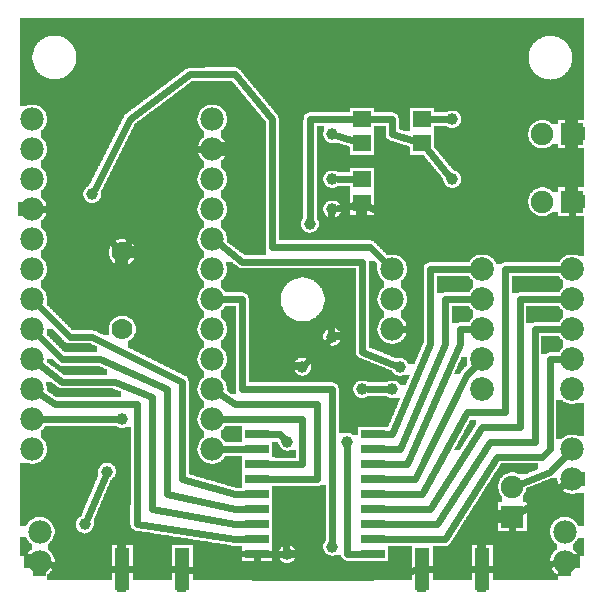
<source format=gtl>
G04 MADE WITH FRITZING*
G04 WWW.FRITZING.ORG*
G04 DOUBLE SIDED*
G04 HOLES PLATED*
G04 CONTOUR ON CENTER OF CONTOUR VECTOR*
%ASAXBY*%
%FSLAX23Y23*%
%MOIN*%
%OFA0B0*%
%SFA1.0B1.0*%
%ADD10C,0.075000*%
%ADD11C,0.039370*%
%ADD12C,0.078000*%
%ADD13C,0.070000*%
%ADD14C,0.079370*%
%ADD15R,0.075000X0.075000*%
%ADD16R,0.059055X0.055118*%
%ADD17R,0.051181X0.141823*%
%ADD18R,0.080000X0.026000*%
%ADD19C,0.024000*%
%LNCOPPER1*%
G90*
G70*
G54D10*
X785Y1800D03*
X859Y996D03*
X355Y277D03*
X1682Y144D03*
X951Y294D03*
G54D11*
X284Y1334D03*
X333Y409D03*
X258Y233D03*
X1084Y859D03*
X984Y759D03*
X934Y134D03*
X1284Y684D03*
X1184Y684D03*
X1084Y158D03*
X1309Y758D03*
X934Y509D03*
X384Y584D03*
X1134Y509D03*
G54D12*
X1859Y209D03*
X1859Y109D03*
X109Y209D03*
X109Y109D03*
G54D11*
X1484Y1584D03*
X1484Y1384D03*
X1084Y1384D03*
X1009Y1234D03*
X1084Y1534D03*
X1084Y1284D03*
G54D10*
X1884Y1309D03*
X1784Y1309D03*
X1884Y1534D03*
X1784Y1534D03*
X1684Y259D03*
X1684Y359D03*
G54D12*
X1884Y484D03*
X1884Y384D03*
X1284Y1084D03*
X1284Y984D03*
X1284Y884D03*
G54D13*
X384Y1140D03*
X384Y884D03*
X384Y1140D03*
X384Y884D03*
X384Y1140D03*
X384Y884D03*
G54D14*
X1884Y1084D03*
X1884Y984D03*
X1884Y884D03*
X1884Y784D03*
X1884Y684D03*
X1584Y1084D03*
X1584Y984D03*
X1584Y884D03*
X1584Y784D03*
X1584Y684D03*
G54D12*
X84Y1584D03*
X84Y1484D03*
X84Y1384D03*
X84Y1284D03*
X84Y1184D03*
X84Y1084D03*
X84Y984D03*
X84Y884D03*
X84Y784D03*
X84Y684D03*
X84Y584D03*
X84Y484D03*
X684Y1584D03*
X684Y1484D03*
X684Y1384D03*
X684Y1284D03*
X684Y1184D03*
X684Y1084D03*
X684Y984D03*
X684Y884D03*
X684Y784D03*
X684Y684D03*
X684Y584D03*
X684Y484D03*
G54D15*
X1884Y1309D03*
X1884Y1534D03*
X1684Y259D03*
G54D16*
X1184Y1384D03*
X1184Y1303D03*
X1184Y1584D03*
X1184Y1503D03*
X1384Y1584D03*
X1384Y1503D03*
G54D17*
X1384Y84D03*
X1584Y84D03*
X584Y84D03*
X384Y84D03*
G54D18*
X834Y534D03*
X834Y484D03*
X834Y434D03*
X834Y384D03*
X834Y334D03*
X834Y284D03*
X834Y234D03*
X834Y184D03*
X1220Y184D03*
X1220Y234D03*
X1220Y284D03*
X1220Y334D03*
X1220Y384D03*
X1220Y434D03*
X1220Y484D03*
X1220Y534D03*
X834Y134D03*
X1220Y134D03*
G54D19*
X209Y84D02*
X138Y101D01*
D02*
X364Y84D02*
X209Y84D01*
D02*
X1209Y1158D02*
X884Y1158D01*
D02*
X409Y1584D02*
X292Y1351D01*
D02*
X609Y1733D02*
X409Y1584D01*
D02*
X758Y1734D02*
X609Y1733D01*
D02*
X884Y1584D02*
X758Y1734D01*
D02*
X1262Y1105D02*
X1209Y1158D01*
D02*
X884Y1158D02*
X884Y1584D01*
D02*
X1808Y409D02*
X1710Y369D01*
D02*
X1708Y274D02*
X1858Y368D01*
D02*
X1862Y463D02*
X1808Y409D01*
D02*
X266Y250D02*
X325Y392D01*
D02*
X1829Y104D02*
X1684Y84D01*
D02*
X1684Y84D02*
X1684Y230D01*
D02*
X1684Y230D02*
X1684Y84D01*
D02*
X1684Y84D02*
X1604Y84D01*
D02*
X1209Y58D02*
X833Y58D01*
D02*
X833Y58D02*
X834Y126D01*
D02*
X1364Y81D02*
X1209Y58D01*
D02*
X1404Y84D02*
X1564Y84D01*
D02*
X833Y58D02*
X834Y126D01*
D02*
X604Y82D02*
X833Y58D01*
D02*
X404Y84D02*
X564Y84D01*
D02*
X784Y984D02*
X714Y984D01*
D02*
X784Y684D02*
X784Y984D01*
D02*
X1084Y684D02*
X784Y684D01*
D02*
X1084Y177D02*
X1084Y684D01*
D02*
X1203Y684D02*
X1265Y684D01*
D02*
X997Y772D02*
X1070Y845D01*
D02*
X868Y134D02*
X915Y134D01*
D02*
X784Y1109D02*
X708Y1166D01*
D02*
X1184Y1109D02*
X784Y1109D01*
D02*
X1184Y809D02*
X1184Y1109D01*
D02*
X1291Y765D02*
X1184Y809D01*
D02*
X1884Y1208D02*
X1359Y1209D01*
D02*
X1884Y1280D02*
X1884Y1208D01*
D02*
X1359Y1209D02*
X1208Y1290D01*
D02*
X1359Y384D02*
X1254Y384D01*
D02*
X1334Y434D02*
X1254Y434D01*
D02*
X1509Y834D02*
X1334Y434D01*
D02*
X1562Y762D02*
X1534Y734D01*
D02*
X1534Y734D02*
X1359Y384D01*
D02*
X1553Y884D02*
X1509Y884D01*
D02*
X1509Y884D02*
X1509Y834D01*
D02*
X1459Y834D02*
X1308Y484D01*
D02*
X1459Y984D02*
X1459Y834D01*
D02*
X1284Y534D02*
X1254Y534D01*
D02*
X1553Y984D02*
X1459Y984D01*
D02*
X1308Y484D02*
X1254Y484D01*
D02*
X1409Y834D02*
X1284Y534D01*
D02*
X1553Y1084D02*
X1409Y1084D01*
D02*
X1409Y1084D02*
X1409Y834D01*
D02*
X1609Y508D02*
X1434Y234D01*
D02*
X1759Y508D02*
X1609Y508D01*
D02*
X1434Y234D02*
X1254Y234D01*
D02*
X1853Y884D02*
X1758Y884D01*
D02*
X1758Y884D02*
X1759Y508D01*
D02*
X1409Y284D02*
X1254Y284D01*
D02*
X1584Y558D02*
X1409Y284D01*
D02*
X1709Y558D02*
X1584Y558D01*
D02*
X1853Y984D02*
X1708Y984D01*
D02*
X1708Y984D02*
X1709Y558D01*
D02*
X1534Y608D02*
X1384Y334D01*
D02*
X1384Y334D02*
X1254Y334D01*
D02*
X1659Y609D02*
X1534Y608D01*
D02*
X1853Y1084D02*
X1659Y1084D01*
D02*
X1659Y1084D02*
X1659Y609D01*
D02*
X759Y633D02*
X1033Y633D01*
D02*
X1033Y633D02*
X1034Y384D01*
D02*
X709Y667D02*
X759Y633D01*
D02*
X1034Y384D02*
X868Y384D01*
D02*
X799Y484D02*
X714Y484D01*
D02*
X1459Y184D02*
X1254Y184D01*
D02*
X1634Y458D02*
X1459Y184D01*
D02*
X1784Y459D02*
X1634Y458D01*
D02*
X1809Y484D02*
X1784Y459D01*
D02*
X1853Y784D02*
X1809Y784D01*
D02*
X1809Y784D02*
X1809Y484D01*
D02*
X759Y184D02*
X799Y184D01*
D02*
X433Y234D02*
X759Y184D01*
D02*
X434Y634D02*
X433Y234D01*
D02*
X908Y533D02*
X920Y522D01*
D02*
X114Y584D02*
X365Y584D01*
D02*
X868Y533D02*
X908Y533D01*
D02*
X984Y584D02*
X984Y433D01*
D02*
X714Y584D02*
X984Y584D01*
D02*
X984Y433D02*
X868Y434D01*
D02*
X1134Y134D02*
X1134Y490D01*
D02*
X1185Y134D02*
X1134Y134D01*
D02*
X208Y858D02*
X284Y858D01*
D02*
X284Y858D02*
X584Y708D01*
D02*
X184Y784D02*
X310Y784D01*
D02*
X310Y784D02*
X534Y684D01*
D02*
X184Y708D02*
X358Y708D01*
D02*
X358Y708D02*
X484Y659D01*
D02*
X160Y634D02*
X434Y634D01*
D02*
X759Y333D02*
X799Y333D01*
D02*
X759Y284D02*
X799Y284D01*
D02*
X759Y234D02*
X799Y234D01*
D02*
X584Y384D02*
X759Y333D01*
D02*
X534Y333D02*
X759Y284D01*
D02*
X484Y284D02*
X759Y234D01*
D02*
X105Y962D02*
X208Y858D01*
D02*
X584Y708D02*
X584Y384D01*
D02*
X105Y862D02*
X184Y784D01*
D02*
X534Y684D02*
X534Y333D01*
D02*
X108Y765D02*
X184Y708D01*
D02*
X484Y659D02*
X484Y284D01*
D02*
X109Y667D02*
X160Y634D01*
D02*
X1160Y1384D02*
X1103Y1384D01*
D02*
X1402Y1481D02*
X1471Y1398D01*
D02*
X1284Y1534D02*
X1284Y1584D01*
D02*
X1284Y1584D02*
X1208Y1584D01*
D02*
X1360Y1510D02*
X1284Y1534D01*
D02*
X1465Y1584D02*
X1408Y1584D01*
D02*
X584Y1484D02*
X398Y1165D01*
D02*
X234Y1284D02*
X114Y1284D01*
D02*
X363Y1160D02*
X234Y1284D01*
D02*
X653Y1484D02*
X584Y1484D01*
D02*
X1009Y1253D02*
X1009Y1584D01*
D02*
X1009Y1584D02*
X1160Y1584D01*
D02*
X1358Y1209D02*
X1208Y1290D01*
D02*
X1314Y884D02*
X1359Y884D01*
D02*
X1359Y884D02*
X1358Y1209D01*
D02*
X1160Y1298D02*
X1102Y1287D01*
D02*
X1160Y1510D02*
X1102Y1528D01*
G36*
X44Y1922D02*
X44Y1862D01*
X170Y1862D01*
X170Y1860D01*
X1826Y1860D01*
X1826Y1858D01*
X1834Y1858D01*
X1834Y1856D01*
X1838Y1856D01*
X1838Y1854D01*
X1844Y1854D01*
X1844Y1852D01*
X1846Y1852D01*
X1846Y1850D01*
X1850Y1850D01*
X1850Y1848D01*
X1854Y1848D01*
X1854Y1846D01*
X1856Y1846D01*
X1856Y1844D01*
X1858Y1844D01*
X1858Y1842D01*
X1860Y1842D01*
X1860Y1840D01*
X1862Y1840D01*
X1862Y1838D01*
X1864Y1838D01*
X1864Y1836D01*
X1866Y1836D01*
X1866Y1834D01*
X1868Y1834D01*
X1868Y1832D01*
X1870Y1832D01*
X1870Y1828D01*
X1872Y1828D01*
X1872Y1826D01*
X1874Y1826D01*
X1874Y1822D01*
X1876Y1822D01*
X1876Y1818D01*
X1878Y1818D01*
X1878Y1812D01*
X1880Y1812D01*
X1880Y1806D01*
X1882Y1806D01*
X1882Y1796D01*
X1884Y1796D01*
X1884Y1780D01*
X1882Y1780D01*
X1882Y1770D01*
X1880Y1770D01*
X1880Y1764D01*
X1878Y1764D01*
X1878Y1758D01*
X1876Y1758D01*
X1876Y1754D01*
X1874Y1754D01*
X1874Y1750D01*
X1872Y1750D01*
X1872Y1748D01*
X1870Y1748D01*
X1870Y1744D01*
X1868Y1744D01*
X1868Y1742D01*
X1866Y1742D01*
X1866Y1740D01*
X1864Y1740D01*
X1864Y1738D01*
X1862Y1738D01*
X1862Y1736D01*
X1860Y1736D01*
X1860Y1734D01*
X1858Y1734D01*
X1858Y1732D01*
X1856Y1732D01*
X1856Y1730D01*
X1854Y1730D01*
X1854Y1728D01*
X1850Y1728D01*
X1850Y1726D01*
X1848Y1726D01*
X1848Y1724D01*
X1844Y1724D01*
X1844Y1722D01*
X1840Y1722D01*
X1840Y1720D01*
X1834Y1720D01*
X1834Y1718D01*
X1826Y1718D01*
X1826Y1716D01*
X1812Y1716D01*
X1812Y1714D01*
X1922Y1714D01*
X1922Y1922D01*
X44Y1922D01*
G37*
D02*
G36*
X44Y1862D02*
X44Y1716D01*
X148Y1716D01*
X148Y1718D01*
X138Y1718D01*
X138Y1720D01*
X132Y1720D01*
X132Y1722D01*
X128Y1722D01*
X128Y1724D01*
X124Y1724D01*
X124Y1726D01*
X120Y1726D01*
X120Y1728D01*
X116Y1728D01*
X116Y1730D01*
X114Y1730D01*
X114Y1732D01*
X110Y1732D01*
X110Y1734D01*
X108Y1734D01*
X108Y1736D01*
X106Y1736D01*
X106Y1738D01*
X104Y1738D01*
X104Y1740D01*
X102Y1740D01*
X102Y1742D01*
X100Y1742D01*
X100Y1746D01*
X98Y1746D01*
X98Y1748D01*
X96Y1748D01*
X96Y1752D01*
X94Y1752D01*
X94Y1756D01*
X92Y1756D01*
X92Y1760D01*
X90Y1760D01*
X90Y1764D01*
X88Y1764D01*
X88Y1770D01*
X86Y1770D01*
X86Y1780D01*
X84Y1780D01*
X84Y1798D01*
X86Y1798D01*
X86Y1808D01*
X88Y1808D01*
X88Y1814D01*
X90Y1814D01*
X90Y1820D01*
X92Y1820D01*
X92Y1824D01*
X94Y1824D01*
X94Y1826D01*
X96Y1826D01*
X96Y1830D01*
X98Y1830D01*
X98Y1832D01*
X100Y1832D01*
X100Y1836D01*
X102Y1836D01*
X102Y1838D01*
X104Y1838D01*
X104Y1840D01*
X106Y1840D01*
X106Y1842D01*
X108Y1842D01*
X108Y1844D01*
X110Y1844D01*
X110Y1846D01*
X112Y1846D01*
X112Y1848D01*
X116Y1848D01*
X116Y1850D01*
X118Y1850D01*
X118Y1852D01*
X122Y1852D01*
X122Y1854D01*
X126Y1854D01*
X126Y1856D01*
X130Y1856D01*
X130Y1858D01*
X136Y1858D01*
X136Y1860D01*
X144Y1860D01*
X144Y1862D01*
X44Y1862D01*
G37*
D02*
G36*
X178Y1860D02*
X178Y1858D01*
X184Y1858D01*
X184Y1856D01*
X188Y1856D01*
X188Y1854D01*
X192Y1854D01*
X192Y1852D01*
X196Y1852D01*
X196Y1850D01*
X200Y1850D01*
X200Y1848D01*
X202Y1848D01*
X202Y1846D01*
X204Y1846D01*
X204Y1844D01*
X206Y1844D01*
X206Y1842D01*
X208Y1842D01*
X208Y1840D01*
X210Y1840D01*
X210Y1838D01*
X212Y1838D01*
X212Y1836D01*
X214Y1836D01*
X214Y1834D01*
X216Y1834D01*
X216Y1832D01*
X218Y1832D01*
X218Y1828D01*
X220Y1828D01*
X220Y1824D01*
X222Y1824D01*
X222Y1820D01*
X224Y1820D01*
X224Y1816D01*
X226Y1816D01*
X226Y1810D01*
X228Y1810D01*
X228Y1802D01*
X230Y1802D01*
X230Y1776D01*
X228Y1776D01*
X228Y1768D01*
X226Y1768D01*
X226Y1762D01*
X224Y1762D01*
X224Y1758D01*
X222Y1758D01*
X222Y1756D01*
X764Y1756D01*
X764Y1754D01*
X770Y1754D01*
X770Y1752D01*
X772Y1752D01*
X772Y1750D01*
X774Y1750D01*
X774Y1748D01*
X776Y1748D01*
X776Y1746D01*
X778Y1746D01*
X778Y1744D01*
X780Y1744D01*
X780Y1740D01*
X782Y1740D01*
X782Y1738D01*
X784Y1738D01*
X784Y1736D01*
X786Y1736D01*
X786Y1734D01*
X788Y1734D01*
X788Y1732D01*
X790Y1732D01*
X790Y1728D01*
X792Y1728D01*
X792Y1726D01*
X794Y1726D01*
X794Y1724D01*
X796Y1724D01*
X796Y1722D01*
X798Y1722D01*
X798Y1720D01*
X800Y1720D01*
X800Y1716D01*
X802Y1716D01*
X802Y1714D01*
X1810Y1714D01*
X1810Y1716D01*
X1794Y1716D01*
X1794Y1718D01*
X1788Y1718D01*
X1788Y1720D01*
X1782Y1720D01*
X1782Y1722D01*
X1778Y1722D01*
X1778Y1724D01*
X1774Y1724D01*
X1774Y1726D01*
X1770Y1726D01*
X1770Y1728D01*
X1768Y1728D01*
X1768Y1730D01*
X1766Y1730D01*
X1766Y1732D01*
X1762Y1732D01*
X1762Y1734D01*
X1760Y1734D01*
X1760Y1736D01*
X1758Y1736D01*
X1758Y1738D01*
X1756Y1738D01*
X1756Y1740D01*
X1754Y1740D01*
X1754Y1744D01*
X1752Y1744D01*
X1752Y1746D01*
X1750Y1746D01*
X1750Y1750D01*
X1748Y1750D01*
X1748Y1752D01*
X1746Y1752D01*
X1746Y1756D01*
X1744Y1756D01*
X1744Y1760D01*
X1742Y1760D01*
X1742Y1766D01*
X1740Y1766D01*
X1740Y1774D01*
X1738Y1774D01*
X1738Y1802D01*
X1740Y1802D01*
X1740Y1810D01*
X1742Y1810D01*
X1742Y1816D01*
X1744Y1816D01*
X1744Y1820D01*
X1746Y1820D01*
X1746Y1824D01*
X1748Y1824D01*
X1748Y1826D01*
X1750Y1826D01*
X1750Y1830D01*
X1752Y1830D01*
X1752Y1832D01*
X1754Y1832D01*
X1754Y1836D01*
X1756Y1836D01*
X1756Y1838D01*
X1758Y1838D01*
X1758Y1840D01*
X1760Y1840D01*
X1760Y1842D01*
X1762Y1842D01*
X1762Y1844D01*
X1766Y1844D01*
X1766Y1846D01*
X1768Y1846D01*
X1768Y1848D01*
X1770Y1848D01*
X1770Y1850D01*
X1774Y1850D01*
X1774Y1852D01*
X1778Y1852D01*
X1778Y1854D01*
X1782Y1854D01*
X1782Y1856D01*
X1788Y1856D01*
X1788Y1858D01*
X1794Y1858D01*
X1794Y1860D01*
X178Y1860D01*
G37*
D02*
G36*
X222Y1756D02*
X222Y1754D01*
X220Y1754D01*
X220Y1750D01*
X218Y1750D01*
X218Y1748D01*
X216Y1748D01*
X216Y1744D01*
X214Y1744D01*
X214Y1742D01*
X212Y1742D01*
X212Y1740D01*
X210Y1740D01*
X210Y1738D01*
X208Y1738D01*
X208Y1736D01*
X206Y1736D01*
X206Y1734D01*
X204Y1734D01*
X204Y1732D01*
X202Y1732D01*
X202Y1730D01*
X198Y1730D01*
X198Y1728D01*
X194Y1728D01*
X194Y1726D01*
X192Y1726D01*
X192Y1724D01*
X188Y1724D01*
X188Y1722D01*
X182Y1722D01*
X182Y1720D01*
X176Y1720D01*
X176Y1718D01*
X166Y1718D01*
X166Y1716D01*
X552Y1716D01*
X552Y1718D01*
X554Y1718D01*
X554Y1720D01*
X556Y1720D01*
X556Y1722D01*
X560Y1722D01*
X560Y1724D01*
X562Y1724D01*
X562Y1726D01*
X564Y1726D01*
X564Y1728D01*
X568Y1728D01*
X568Y1730D01*
X570Y1730D01*
X570Y1732D01*
X572Y1732D01*
X572Y1734D01*
X576Y1734D01*
X576Y1736D01*
X578Y1736D01*
X578Y1738D01*
X580Y1738D01*
X580Y1740D01*
X584Y1740D01*
X584Y1742D01*
X586Y1742D01*
X586Y1744D01*
X590Y1744D01*
X590Y1746D01*
X592Y1746D01*
X592Y1748D01*
X594Y1748D01*
X594Y1750D01*
X598Y1750D01*
X598Y1752D01*
X602Y1752D01*
X602Y1754D01*
X660Y1754D01*
X660Y1756D01*
X222Y1756D01*
G37*
D02*
G36*
X44Y1716D02*
X44Y1714D01*
X548Y1714D01*
X548Y1716D01*
X44Y1716D01*
G37*
D02*
G36*
X44Y1716D02*
X44Y1714D01*
X548Y1714D01*
X548Y1716D01*
X44Y1716D01*
G37*
D02*
G36*
X44Y1714D02*
X44Y1632D01*
X94Y1632D01*
X94Y1630D01*
X100Y1630D01*
X100Y1628D01*
X106Y1628D01*
X106Y1626D01*
X108Y1626D01*
X108Y1624D01*
X112Y1624D01*
X112Y1622D01*
X114Y1622D01*
X114Y1620D01*
X116Y1620D01*
X116Y1618D01*
X118Y1618D01*
X118Y1616D01*
X120Y1616D01*
X120Y1614D01*
X122Y1614D01*
X122Y1612D01*
X124Y1612D01*
X124Y1610D01*
X126Y1610D01*
X126Y1606D01*
X128Y1606D01*
X128Y1602D01*
X130Y1602D01*
X130Y1594D01*
X132Y1594D01*
X132Y1572D01*
X130Y1572D01*
X130Y1566D01*
X128Y1566D01*
X128Y1562D01*
X126Y1562D01*
X126Y1558D01*
X124Y1558D01*
X124Y1554D01*
X122Y1554D01*
X122Y1552D01*
X120Y1552D01*
X120Y1550D01*
X118Y1550D01*
X118Y1548D01*
X116Y1548D01*
X116Y1546D01*
X114Y1546D01*
X114Y1544D01*
X112Y1544D01*
X112Y1522D01*
X114Y1522D01*
X114Y1520D01*
X116Y1520D01*
X116Y1518D01*
X118Y1518D01*
X118Y1516D01*
X120Y1516D01*
X120Y1514D01*
X122Y1514D01*
X122Y1512D01*
X124Y1512D01*
X124Y1510D01*
X126Y1510D01*
X126Y1506D01*
X128Y1506D01*
X128Y1502D01*
X130Y1502D01*
X130Y1494D01*
X132Y1494D01*
X132Y1472D01*
X130Y1472D01*
X130Y1466D01*
X128Y1466D01*
X128Y1462D01*
X126Y1462D01*
X126Y1458D01*
X124Y1458D01*
X124Y1454D01*
X122Y1454D01*
X122Y1452D01*
X120Y1452D01*
X120Y1450D01*
X118Y1450D01*
X118Y1448D01*
X116Y1448D01*
X116Y1446D01*
X114Y1446D01*
X114Y1444D01*
X112Y1444D01*
X112Y1422D01*
X114Y1422D01*
X114Y1420D01*
X116Y1420D01*
X116Y1418D01*
X118Y1418D01*
X118Y1416D01*
X120Y1416D01*
X120Y1414D01*
X122Y1414D01*
X122Y1412D01*
X124Y1412D01*
X124Y1410D01*
X126Y1410D01*
X126Y1406D01*
X128Y1406D01*
X128Y1402D01*
X130Y1402D01*
X130Y1394D01*
X132Y1394D01*
X132Y1372D01*
X130Y1372D01*
X130Y1366D01*
X128Y1366D01*
X128Y1362D01*
X126Y1362D01*
X126Y1358D01*
X124Y1358D01*
X124Y1354D01*
X122Y1354D01*
X122Y1352D01*
X120Y1352D01*
X120Y1350D01*
X118Y1350D01*
X118Y1348D01*
X116Y1348D01*
X116Y1346D01*
X114Y1346D01*
X114Y1344D01*
X112Y1344D01*
X112Y1322D01*
X114Y1322D01*
X114Y1320D01*
X116Y1320D01*
X116Y1318D01*
X118Y1318D01*
X118Y1316D01*
X120Y1316D01*
X120Y1314D01*
X122Y1314D01*
X122Y1312D01*
X124Y1312D01*
X124Y1310D01*
X126Y1310D01*
X126Y1306D01*
X128Y1306D01*
X128Y1304D01*
X274Y1304D01*
X274Y1306D01*
X270Y1306D01*
X270Y1308D01*
X266Y1308D01*
X266Y1310D01*
X264Y1310D01*
X264Y1312D01*
X262Y1312D01*
X262Y1314D01*
X260Y1314D01*
X260Y1316D01*
X258Y1316D01*
X258Y1320D01*
X256Y1320D01*
X256Y1326D01*
X254Y1326D01*
X254Y1340D01*
X256Y1340D01*
X256Y1346D01*
X258Y1346D01*
X258Y1350D01*
X260Y1350D01*
X260Y1352D01*
X262Y1352D01*
X262Y1354D01*
X264Y1354D01*
X264Y1356D01*
X266Y1356D01*
X266Y1358D01*
X270Y1358D01*
X270Y1360D01*
X272Y1360D01*
X272Y1362D01*
X274Y1362D01*
X274Y1366D01*
X276Y1366D01*
X276Y1370D01*
X278Y1370D01*
X278Y1374D01*
X280Y1374D01*
X280Y1378D01*
X282Y1378D01*
X282Y1382D01*
X284Y1382D01*
X284Y1386D01*
X286Y1386D01*
X286Y1390D01*
X288Y1390D01*
X288Y1394D01*
X290Y1394D01*
X290Y1398D01*
X292Y1398D01*
X292Y1402D01*
X294Y1402D01*
X294Y1406D01*
X296Y1406D01*
X296Y1410D01*
X298Y1410D01*
X298Y1414D01*
X300Y1414D01*
X300Y1418D01*
X302Y1418D01*
X302Y1422D01*
X304Y1422D01*
X304Y1426D01*
X306Y1426D01*
X306Y1428D01*
X308Y1428D01*
X308Y1432D01*
X310Y1432D01*
X310Y1436D01*
X312Y1436D01*
X312Y1440D01*
X314Y1440D01*
X314Y1444D01*
X316Y1444D01*
X316Y1448D01*
X318Y1448D01*
X318Y1452D01*
X320Y1452D01*
X320Y1456D01*
X322Y1456D01*
X322Y1460D01*
X324Y1460D01*
X324Y1464D01*
X326Y1464D01*
X326Y1468D01*
X328Y1468D01*
X328Y1472D01*
X330Y1472D01*
X330Y1476D01*
X332Y1476D01*
X332Y1480D01*
X334Y1480D01*
X334Y1484D01*
X336Y1484D01*
X336Y1488D01*
X338Y1488D01*
X338Y1492D01*
X340Y1492D01*
X340Y1496D01*
X342Y1496D01*
X342Y1500D01*
X344Y1500D01*
X344Y1504D01*
X346Y1504D01*
X346Y1508D01*
X348Y1508D01*
X348Y1512D01*
X350Y1512D01*
X350Y1516D01*
X352Y1516D01*
X352Y1520D01*
X354Y1520D01*
X354Y1524D01*
X356Y1524D01*
X356Y1528D01*
X358Y1528D01*
X358Y1532D01*
X360Y1532D01*
X360Y1536D01*
X362Y1536D01*
X362Y1540D01*
X364Y1540D01*
X364Y1544D01*
X366Y1544D01*
X366Y1548D01*
X368Y1548D01*
X368Y1552D01*
X370Y1552D01*
X370Y1556D01*
X372Y1556D01*
X372Y1560D01*
X374Y1560D01*
X374Y1564D01*
X376Y1564D01*
X376Y1568D01*
X378Y1568D01*
X378Y1572D01*
X380Y1572D01*
X380Y1576D01*
X382Y1576D01*
X382Y1580D01*
X384Y1580D01*
X384Y1584D01*
X386Y1584D01*
X386Y1588D01*
X388Y1588D01*
X388Y1592D01*
X390Y1592D01*
X390Y1596D01*
X392Y1596D01*
X392Y1598D01*
X394Y1598D01*
X394Y1600D01*
X396Y1600D01*
X396Y1602D01*
X398Y1602D01*
X398Y1604D01*
X402Y1604D01*
X402Y1606D01*
X404Y1606D01*
X404Y1608D01*
X406Y1608D01*
X406Y1610D01*
X410Y1610D01*
X410Y1612D01*
X412Y1612D01*
X412Y1614D01*
X414Y1614D01*
X414Y1616D01*
X418Y1616D01*
X418Y1618D01*
X420Y1618D01*
X420Y1620D01*
X422Y1620D01*
X422Y1622D01*
X426Y1622D01*
X426Y1624D01*
X428Y1624D01*
X428Y1626D01*
X430Y1626D01*
X430Y1628D01*
X434Y1628D01*
X434Y1630D01*
X436Y1630D01*
X436Y1632D01*
X438Y1632D01*
X438Y1634D01*
X442Y1634D01*
X442Y1636D01*
X444Y1636D01*
X444Y1638D01*
X446Y1638D01*
X446Y1640D01*
X450Y1640D01*
X450Y1642D01*
X452Y1642D01*
X452Y1644D01*
X454Y1644D01*
X454Y1646D01*
X458Y1646D01*
X458Y1648D01*
X460Y1648D01*
X460Y1650D01*
X464Y1650D01*
X464Y1652D01*
X466Y1652D01*
X466Y1654D01*
X468Y1654D01*
X468Y1656D01*
X472Y1656D01*
X472Y1658D01*
X474Y1658D01*
X474Y1660D01*
X476Y1660D01*
X476Y1662D01*
X480Y1662D01*
X480Y1664D01*
X482Y1664D01*
X482Y1666D01*
X484Y1666D01*
X484Y1668D01*
X488Y1668D01*
X488Y1670D01*
X490Y1670D01*
X490Y1672D01*
X492Y1672D01*
X492Y1674D01*
X496Y1674D01*
X496Y1676D01*
X498Y1676D01*
X498Y1678D01*
X500Y1678D01*
X500Y1680D01*
X504Y1680D01*
X504Y1682D01*
X506Y1682D01*
X506Y1684D01*
X508Y1684D01*
X508Y1686D01*
X512Y1686D01*
X512Y1688D01*
X514Y1688D01*
X514Y1690D01*
X516Y1690D01*
X516Y1692D01*
X520Y1692D01*
X520Y1694D01*
X522Y1694D01*
X522Y1696D01*
X524Y1696D01*
X524Y1698D01*
X528Y1698D01*
X528Y1700D01*
X530Y1700D01*
X530Y1702D01*
X532Y1702D01*
X532Y1704D01*
X536Y1704D01*
X536Y1706D01*
X538Y1706D01*
X538Y1708D01*
X540Y1708D01*
X540Y1710D01*
X544Y1710D01*
X544Y1712D01*
X546Y1712D01*
X546Y1714D01*
X44Y1714D01*
G37*
D02*
G36*
X804Y1714D02*
X804Y1712D01*
X1922Y1712D01*
X1922Y1714D01*
X804Y1714D01*
G37*
D02*
G36*
X804Y1714D02*
X804Y1712D01*
X1922Y1712D01*
X1922Y1714D01*
X804Y1714D01*
G37*
D02*
G36*
X662Y1712D02*
X662Y1710D01*
X614Y1710D01*
X614Y1708D01*
X612Y1708D01*
X612Y1706D01*
X610Y1706D01*
X610Y1704D01*
X606Y1704D01*
X606Y1702D01*
X604Y1702D01*
X604Y1700D01*
X600Y1700D01*
X600Y1698D01*
X598Y1698D01*
X598Y1696D01*
X596Y1696D01*
X596Y1694D01*
X592Y1694D01*
X592Y1692D01*
X590Y1692D01*
X590Y1690D01*
X588Y1690D01*
X588Y1688D01*
X584Y1688D01*
X584Y1686D01*
X582Y1686D01*
X582Y1684D01*
X580Y1684D01*
X580Y1682D01*
X576Y1682D01*
X576Y1680D01*
X574Y1680D01*
X574Y1678D01*
X572Y1678D01*
X572Y1676D01*
X568Y1676D01*
X568Y1674D01*
X566Y1674D01*
X566Y1672D01*
X564Y1672D01*
X564Y1670D01*
X560Y1670D01*
X560Y1668D01*
X558Y1668D01*
X558Y1666D01*
X556Y1666D01*
X556Y1664D01*
X552Y1664D01*
X552Y1662D01*
X550Y1662D01*
X550Y1660D01*
X548Y1660D01*
X548Y1658D01*
X544Y1658D01*
X544Y1656D01*
X542Y1656D01*
X542Y1654D01*
X540Y1654D01*
X540Y1652D01*
X536Y1652D01*
X536Y1650D01*
X534Y1650D01*
X534Y1648D01*
X532Y1648D01*
X532Y1646D01*
X528Y1646D01*
X528Y1644D01*
X526Y1644D01*
X526Y1642D01*
X524Y1642D01*
X524Y1640D01*
X520Y1640D01*
X520Y1638D01*
X518Y1638D01*
X518Y1636D01*
X516Y1636D01*
X516Y1634D01*
X512Y1634D01*
X512Y1632D01*
X694Y1632D01*
X694Y1630D01*
X700Y1630D01*
X700Y1628D01*
X706Y1628D01*
X706Y1626D01*
X708Y1626D01*
X708Y1624D01*
X712Y1624D01*
X712Y1622D01*
X714Y1622D01*
X714Y1620D01*
X716Y1620D01*
X716Y1618D01*
X718Y1618D01*
X718Y1616D01*
X720Y1616D01*
X720Y1614D01*
X722Y1614D01*
X722Y1612D01*
X724Y1612D01*
X724Y1610D01*
X726Y1610D01*
X726Y1606D01*
X728Y1606D01*
X728Y1602D01*
X730Y1602D01*
X730Y1594D01*
X732Y1594D01*
X732Y1572D01*
X730Y1572D01*
X730Y1566D01*
X728Y1566D01*
X728Y1562D01*
X726Y1562D01*
X726Y1558D01*
X724Y1558D01*
X724Y1554D01*
X722Y1554D01*
X722Y1552D01*
X720Y1552D01*
X720Y1550D01*
X718Y1550D01*
X718Y1548D01*
X716Y1548D01*
X716Y1546D01*
X714Y1546D01*
X714Y1544D01*
X712Y1544D01*
X712Y1522D01*
X714Y1522D01*
X714Y1520D01*
X716Y1520D01*
X716Y1518D01*
X718Y1518D01*
X718Y1516D01*
X720Y1516D01*
X720Y1514D01*
X722Y1514D01*
X722Y1512D01*
X724Y1512D01*
X724Y1510D01*
X726Y1510D01*
X726Y1506D01*
X728Y1506D01*
X728Y1502D01*
X730Y1502D01*
X730Y1494D01*
X732Y1494D01*
X732Y1472D01*
X730Y1472D01*
X730Y1466D01*
X728Y1466D01*
X728Y1462D01*
X726Y1462D01*
X726Y1458D01*
X724Y1458D01*
X724Y1454D01*
X722Y1454D01*
X722Y1452D01*
X720Y1452D01*
X720Y1450D01*
X718Y1450D01*
X718Y1448D01*
X716Y1448D01*
X716Y1446D01*
X714Y1446D01*
X714Y1444D01*
X712Y1444D01*
X712Y1422D01*
X714Y1422D01*
X714Y1420D01*
X716Y1420D01*
X716Y1418D01*
X718Y1418D01*
X718Y1416D01*
X720Y1416D01*
X720Y1414D01*
X722Y1414D01*
X722Y1412D01*
X724Y1412D01*
X724Y1410D01*
X726Y1410D01*
X726Y1406D01*
X728Y1406D01*
X728Y1402D01*
X730Y1402D01*
X730Y1394D01*
X732Y1394D01*
X732Y1372D01*
X730Y1372D01*
X730Y1366D01*
X728Y1366D01*
X728Y1362D01*
X726Y1362D01*
X726Y1358D01*
X724Y1358D01*
X724Y1354D01*
X722Y1354D01*
X722Y1352D01*
X720Y1352D01*
X720Y1350D01*
X718Y1350D01*
X718Y1348D01*
X716Y1348D01*
X716Y1346D01*
X714Y1346D01*
X714Y1344D01*
X712Y1344D01*
X712Y1322D01*
X714Y1322D01*
X714Y1320D01*
X716Y1320D01*
X716Y1318D01*
X718Y1318D01*
X718Y1316D01*
X720Y1316D01*
X720Y1314D01*
X722Y1314D01*
X722Y1312D01*
X724Y1312D01*
X724Y1310D01*
X726Y1310D01*
X726Y1306D01*
X728Y1306D01*
X728Y1302D01*
X730Y1302D01*
X730Y1294D01*
X732Y1294D01*
X732Y1272D01*
X730Y1272D01*
X730Y1266D01*
X728Y1266D01*
X728Y1262D01*
X726Y1262D01*
X726Y1258D01*
X724Y1258D01*
X724Y1254D01*
X722Y1254D01*
X722Y1252D01*
X720Y1252D01*
X720Y1250D01*
X718Y1250D01*
X718Y1248D01*
X716Y1248D01*
X716Y1246D01*
X714Y1246D01*
X714Y1244D01*
X712Y1244D01*
X712Y1222D01*
X714Y1222D01*
X714Y1220D01*
X716Y1220D01*
X716Y1218D01*
X718Y1218D01*
X718Y1216D01*
X720Y1216D01*
X720Y1214D01*
X722Y1214D01*
X722Y1212D01*
X724Y1212D01*
X724Y1210D01*
X726Y1210D01*
X726Y1206D01*
X728Y1206D01*
X728Y1202D01*
X730Y1202D01*
X730Y1194D01*
X732Y1194D01*
X732Y1174D01*
X734Y1174D01*
X734Y1172D01*
X736Y1172D01*
X736Y1170D01*
X740Y1170D01*
X740Y1168D01*
X742Y1168D01*
X742Y1166D01*
X744Y1166D01*
X744Y1164D01*
X748Y1164D01*
X748Y1162D01*
X750Y1162D01*
X750Y1160D01*
X752Y1160D01*
X752Y1158D01*
X756Y1158D01*
X756Y1156D01*
X758Y1156D01*
X758Y1154D01*
X760Y1154D01*
X760Y1152D01*
X764Y1152D01*
X764Y1150D01*
X766Y1150D01*
X766Y1148D01*
X768Y1148D01*
X768Y1146D01*
X772Y1146D01*
X772Y1144D01*
X774Y1144D01*
X774Y1142D01*
X776Y1142D01*
X776Y1140D01*
X780Y1140D01*
X780Y1138D01*
X782Y1138D01*
X782Y1136D01*
X786Y1136D01*
X786Y1134D01*
X788Y1134D01*
X788Y1132D01*
X790Y1132D01*
X790Y1130D01*
X864Y1130D01*
X864Y1150D01*
X862Y1150D01*
X862Y1576D01*
X860Y1576D01*
X860Y1578D01*
X858Y1578D01*
X858Y1580D01*
X856Y1580D01*
X856Y1584D01*
X854Y1584D01*
X854Y1586D01*
X852Y1586D01*
X852Y1588D01*
X850Y1588D01*
X850Y1590D01*
X848Y1590D01*
X848Y1592D01*
X846Y1592D01*
X846Y1596D01*
X844Y1596D01*
X844Y1598D01*
X842Y1598D01*
X842Y1600D01*
X840Y1600D01*
X840Y1602D01*
X838Y1602D01*
X838Y1604D01*
X836Y1604D01*
X836Y1608D01*
X834Y1608D01*
X834Y1610D01*
X832Y1610D01*
X832Y1612D01*
X830Y1612D01*
X830Y1614D01*
X828Y1614D01*
X828Y1616D01*
X826Y1616D01*
X826Y1620D01*
X824Y1620D01*
X824Y1622D01*
X822Y1622D01*
X822Y1624D01*
X820Y1624D01*
X820Y1626D01*
X818Y1626D01*
X818Y1628D01*
X816Y1628D01*
X816Y1632D01*
X814Y1632D01*
X814Y1634D01*
X812Y1634D01*
X812Y1636D01*
X810Y1636D01*
X810Y1638D01*
X808Y1638D01*
X808Y1640D01*
X806Y1640D01*
X806Y1644D01*
X804Y1644D01*
X804Y1646D01*
X802Y1646D01*
X802Y1648D01*
X800Y1648D01*
X800Y1650D01*
X798Y1650D01*
X798Y1652D01*
X796Y1652D01*
X796Y1656D01*
X794Y1656D01*
X794Y1658D01*
X792Y1658D01*
X792Y1660D01*
X790Y1660D01*
X790Y1662D01*
X788Y1662D01*
X788Y1664D01*
X786Y1664D01*
X786Y1668D01*
X784Y1668D01*
X784Y1670D01*
X782Y1670D01*
X782Y1672D01*
X780Y1672D01*
X780Y1674D01*
X778Y1674D01*
X778Y1678D01*
X776Y1678D01*
X776Y1680D01*
X774Y1680D01*
X774Y1682D01*
X772Y1682D01*
X772Y1684D01*
X770Y1684D01*
X770Y1686D01*
X768Y1686D01*
X768Y1690D01*
X766Y1690D01*
X766Y1692D01*
X764Y1692D01*
X764Y1694D01*
X762Y1694D01*
X762Y1696D01*
X760Y1696D01*
X760Y1698D01*
X758Y1698D01*
X758Y1702D01*
X756Y1702D01*
X756Y1704D01*
X754Y1704D01*
X754Y1706D01*
X752Y1706D01*
X752Y1708D01*
X750Y1708D01*
X750Y1710D01*
X748Y1710D01*
X748Y1712D01*
X662Y1712D01*
G37*
D02*
G36*
X806Y1712D02*
X806Y1710D01*
X808Y1710D01*
X808Y1708D01*
X810Y1708D01*
X810Y1704D01*
X812Y1704D01*
X812Y1702D01*
X814Y1702D01*
X814Y1700D01*
X816Y1700D01*
X816Y1698D01*
X818Y1698D01*
X818Y1696D01*
X820Y1696D01*
X820Y1692D01*
X822Y1692D01*
X822Y1690D01*
X824Y1690D01*
X824Y1688D01*
X826Y1688D01*
X826Y1686D01*
X828Y1686D01*
X828Y1684D01*
X830Y1684D01*
X830Y1680D01*
X832Y1680D01*
X832Y1678D01*
X834Y1678D01*
X834Y1676D01*
X836Y1676D01*
X836Y1674D01*
X838Y1674D01*
X838Y1672D01*
X840Y1672D01*
X840Y1668D01*
X842Y1668D01*
X842Y1666D01*
X844Y1666D01*
X844Y1664D01*
X846Y1664D01*
X846Y1662D01*
X848Y1662D01*
X848Y1660D01*
X850Y1660D01*
X850Y1656D01*
X852Y1656D01*
X852Y1654D01*
X854Y1654D01*
X854Y1652D01*
X856Y1652D01*
X856Y1650D01*
X858Y1650D01*
X858Y1648D01*
X860Y1648D01*
X860Y1644D01*
X862Y1644D01*
X862Y1642D01*
X864Y1642D01*
X864Y1640D01*
X866Y1640D01*
X866Y1638D01*
X868Y1638D01*
X868Y1636D01*
X870Y1636D01*
X870Y1632D01*
X872Y1632D01*
X872Y1630D01*
X874Y1630D01*
X874Y1628D01*
X876Y1628D01*
X876Y1626D01*
X878Y1626D01*
X878Y1624D01*
X880Y1624D01*
X880Y1620D01*
X1424Y1620D01*
X1424Y1612D01*
X1494Y1612D01*
X1494Y1610D01*
X1498Y1610D01*
X1498Y1608D01*
X1502Y1608D01*
X1502Y1606D01*
X1504Y1606D01*
X1504Y1604D01*
X1506Y1604D01*
X1506Y1602D01*
X1508Y1602D01*
X1508Y1598D01*
X1510Y1598D01*
X1510Y1594D01*
X1512Y1594D01*
X1512Y1586D01*
X1514Y1586D01*
X1514Y1580D01*
X1796Y1580D01*
X1796Y1578D01*
X1802Y1578D01*
X1802Y1576D01*
X1806Y1576D01*
X1806Y1574D01*
X1810Y1574D01*
X1810Y1572D01*
X1812Y1572D01*
X1812Y1570D01*
X1814Y1570D01*
X1814Y1568D01*
X1816Y1568D01*
X1816Y1566D01*
X1836Y1566D01*
X1836Y1580D01*
X1922Y1580D01*
X1922Y1712D01*
X806Y1712D01*
G37*
D02*
G36*
X44Y1632D02*
X44Y1628D01*
X66Y1628D01*
X66Y1630D01*
X74Y1630D01*
X74Y1632D01*
X44Y1632D01*
G37*
D02*
G36*
X510Y1632D02*
X510Y1630D01*
X508Y1630D01*
X508Y1628D01*
X504Y1628D01*
X504Y1626D01*
X502Y1626D01*
X502Y1624D01*
X500Y1624D01*
X500Y1622D01*
X496Y1622D01*
X496Y1620D01*
X494Y1620D01*
X494Y1618D01*
X492Y1618D01*
X492Y1616D01*
X488Y1616D01*
X488Y1614D01*
X486Y1614D01*
X486Y1612D01*
X484Y1612D01*
X484Y1610D01*
X480Y1610D01*
X480Y1608D01*
X478Y1608D01*
X478Y1606D01*
X474Y1606D01*
X474Y1604D01*
X472Y1604D01*
X472Y1602D01*
X470Y1602D01*
X470Y1600D01*
X466Y1600D01*
X466Y1598D01*
X464Y1598D01*
X464Y1596D01*
X462Y1596D01*
X462Y1594D01*
X458Y1594D01*
X458Y1592D01*
X456Y1592D01*
X456Y1590D01*
X454Y1590D01*
X454Y1588D01*
X450Y1588D01*
X450Y1586D01*
X448Y1586D01*
X448Y1584D01*
X446Y1584D01*
X446Y1582D01*
X442Y1582D01*
X442Y1580D01*
X440Y1580D01*
X440Y1578D01*
X438Y1578D01*
X438Y1576D01*
X434Y1576D01*
X434Y1574D01*
X432Y1574D01*
X432Y1572D01*
X430Y1572D01*
X430Y1570D01*
X426Y1570D01*
X426Y1566D01*
X424Y1566D01*
X424Y1562D01*
X422Y1562D01*
X422Y1558D01*
X420Y1558D01*
X420Y1554D01*
X418Y1554D01*
X418Y1550D01*
X416Y1550D01*
X416Y1546D01*
X414Y1546D01*
X414Y1542D01*
X412Y1542D01*
X412Y1538D01*
X410Y1538D01*
X410Y1534D01*
X408Y1534D01*
X408Y1530D01*
X406Y1530D01*
X406Y1526D01*
X404Y1526D01*
X404Y1522D01*
X402Y1522D01*
X402Y1518D01*
X400Y1518D01*
X400Y1514D01*
X398Y1514D01*
X398Y1510D01*
X396Y1510D01*
X396Y1506D01*
X394Y1506D01*
X394Y1502D01*
X392Y1502D01*
X392Y1498D01*
X390Y1498D01*
X390Y1494D01*
X388Y1494D01*
X388Y1490D01*
X386Y1490D01*
X386Y1486D01*
X384Y1486D01*
X384Y1482D01*
X382Y1482D01*
X382Y1478D01*
X380Y1478D01*
X380Y1474D01*
X378Y1474D01*
X378Y1470D01*
X376Y1470D01*
X376Y1466D01*
X374Y1466D01*
X374Y1462D01*
X372Y1462D01*
X372Y1458D01*
X370Y1458D01*
X370Y1454D01*
X368Y1454D01*
X368Y1450D01*
X366Y1450D01*
X366Y1446D01*
X364Y1446D01*
X364Y1442D01*
X362Y1442D01*
X362Y1438D01*
X360Y1438D01*
X360Y1434D01*
X358Y1434D01*
X358Y1430D01*
X356Y1430D01*
X356Y1426D01*
X354Y1426D01*
X354Y1422D01*
X352Y1422D01*
X352Y1418D01*
X350Y1418D01*
X350Y1414D01*
X348Y1414D01*
X348Y1410D01*
X346Y1410D01*
X346Y1406D01*
X344Y1406D01*
X344Y1402D01*
X342Y1402D01*
X342Y1398D01*
X340Y1398D01*
X340Y1394D01*
X338Y1394D01*
X338Y1390D01*
X336Y1390D01*
X336Y1386D01*
X334Y1386D01*
X334Y1382D01*
X332Y1382D01*
X332Y1378D01*
X330Y1378D01*
X330Y1374D01*
X328Y1374D01*
X328Y1370D01*
X326Y1370D01*
X326Y1366D01*
X324Y1366D01*
X324Y1362D01*
X322Y1362D01*
X322Y1358D01*
X320Y1358D01*
X320Y1354D01*
X318Y1354D01*
X318Y1350D01*
X316Y1350D01*
X316Y1346D01*
X314Y1346D01*
X314Y1330D01*
X312Y1330D01*
X312Y1322D01*
X310Y1322D01*
X310Y1318D01*
X308Y1318D01*
X308Y1316D01*
X306Y1316D01*
X306Y1312D01*
X304Y1312D01*
X304Y1310D01*
X300Y1310D01*
X300Y1308D01*
X298Y1308D01*
X298Y1306D01*
X292Y1306D01*
X292Y1304D01*
X640Y1304D01*
X640Y1306D01*
X642Y1306D01*
X642Y1310D01*
X644Y1310D01*
X644Y1314D01*
X646Y1314D01*
X646Y1316D01*
X648Y1316D01*
X648Y1318D01*
X650Y1318D01*
X650Y1320D01*
X652Y1320D01*
X652Y1322D01*
X656Y1322D01*
X656Y1344D01*
X654Y1344D01*
X654Y1346D01*
X650Y1346D01*
X650Y1348D01*
X648Y1348D01*
X648Y1350D01*
X646Y1350D01*
X646Y1354D01*
X644Y1354D01*
X644Y1356D01*
X642Y1356D01*
X642Y1360D01*
X640Y1360D01*
X640Y1364D01*
X638Y1364D01*
X638Y1368D01*
X636Y1368D01*
X636Y1378D01*
X634Y1378D01*
X634Y1388D01*
X636Y1388D01*
X636Y1398D01*
X638Y1398D01*
X638Y1404D01*
X640Y1404D01*
X640Y1406D01*
X642Y1406D01*
X642Y1410D01*
X644Y1410D01*
X644Y1414D01*
X646Y1414D01*
X646Y1416D01*
X648Y1416D01*
X648Y1418D01*
X650Y1418D01*
X650Y1420D01*
X652Y1420D01*
X652Y1422D01*
X656Y1422D01*
X656Y1444D01*
X654Y1444D01*
X654Y1446D01*
X650Y1446D01*
X650Y1448D01*
X648Y1448D01*
X648Y1450D01*
X646Y1450D01*
X646Y1454D01*
X644Y1454D01*
X644Y1456D01*
X642Y1456D01*
X642Y1460D01*
X640Y1460D01*
X640Y1464D01*
X638Y1464D01*
X638Y1468D01*
X636Y1468D01*
X636Y1478D01*
X634Y1478D01*
X634Y1488D01*
X636Y1488D01*
X636Y1498D01*
X638Y1498D01*
X638Y1504D01*
X640Y1504D01*
X640Y1506D01*
X642Y1506D01*
X642Y1510D01*
X644Y1510D01*
X644Y1514D01*
X646Y1514D01*
X646Y1516D01*
X648Y1516D01*
X648Y1518D01*
X650Y1518D01*
X650Y1520D01*
X652Y1520D01*
X652Y1522D01*
X656Y1522D01*
X656Y1544D01*
X654Y1544D01*
X654Y1546D01*
X650Y1546D01*
X650Y1548D01*
X648Y1548D01*
X648Y1550D01*
X646Y1550D01*
X646Y1554D01*
X644Y1554D01*
X644Y1556D01*
X642Y1556D01*
X642Y1560D01*
X640Y1560D01*
X640Y1564D01*
X638Y1564D01*
X638Y1568D01*
X636Y1568D01*
X636Y1578D01*
X634Y1578D01*
X634Y1588D01*
X636Y1588D01*
X636Y1598D01*
X638Y1598D01*
X638Y1604D01*
X640Y1604D01*
X640Y1606D01*
X642Y1606D01*
X642Y1610D01*
X644Y1610D01*
X644Y1614D01*
X646Y1614D01*
X646Y1616D01*
X648Y1616D01*
X648Y1618D01*
X650Y1618D01*
X650Y1620D01*
X652Y1620D01*
X652Y1622D01*
X656Y1622D01*
X656Y1624D01*
X658Y1624D01*
X658Y1626D01*
X662Y1626D01*
X662Y1628D01*
X666Y1628D01*
X666Y1630D01*
X674Y1630D01*
X674Y1632D01*
X510Y1632D01*
G37*
D02*
G36*
X882Y1620D02*
X882Y1618D01*
X884Y1618D01*
X884Y1616D01*
X886Y1616D01*
X886Y1614D01*
X888Y1614D01*
X888Y1612D01*
X890Y1612D01*
X890Y1608D01*
X892Y1608D01*
X892Y1606D01*
X894Y1606D01*
X894Y1604D01*
X896Y1604D01*
X896Y1602D01*
X898Y1602D01*
X898Y1600D01*
X900Y1600D01*
X900Y1596D01*
X902Y1596D01*
X902Y1594D01*
X904Y1594D01*
X904Y1588D01*
X906Y1588D01*
X906Y1204D01*
X1004Y1204D01*
X1004Y1206D01*
X996Y1206D01*
X996Y1208D01*
X994Y1208D01*
X994Y1210D01*
X990Y1210D01*
X990Y1212D01*
X988Y1212D01*
X988Y1214D01*
X986Y1214D01*
X986Y1216D01*
X984Y1216D01*
X984Y1220D01*
X982Y1220D01*
X982Y1224D01*
X980Y1224D01*
X980Y1244D01*
X982Y1244D01*
X982Y1248D01*
X984Y1248D01*
X984Y1252D01*
X986Y1252D01*
X986Y1582D01*
X988Y1582D01*
X988Y1592D01*
X990Y1592D01*
X990Y1596D01*
X992Y1596D01*
X992Y1598D01*
X994Y1598D01*
X994Y1600D01*
X996Y1600D01*
X996Y1602D01*
X1000Y1602D01*
X1000Y1604D01*
X1006Y1604D01*
X1006Y1606D01*
X1144Y1606D01*
X1144Y1620D01*
X882Y1620D01*
G37*
D02*
G36*
X1224Y1620D02*
X1224Y1606D01*
X1286Y1606D01*
X1286Y1604D01*
X1294Y1604D01*
X1294Y1602D01*
X1296Y1602D01*
X1296Y1600D01*
X1298Y1600D01*
X1298Y1598D01*
X1300Y1598D01*
X1300Y1596D01*
X1302Y1596D01*
X1302Y1594D01*
X1304Y1594D01*
X1304Y1588D01*
X1306Y1588D01*
X1306Y1550D01*
X1308Y1550D01*
X1308Y1548D01*
X1314Y1548D01*
X1314Y1546D01*
X1320Y1546D01*
X1320Y1544D01*
X1344Y1544D01*
X1344Y1620D01*
X1224Y1620D01*
G37*
D02*
G36*
X1424Y1612D02*
X1424Y1606D01*
X1466Y1606D01*
X1466Y1608D01*
X1470Y1608D01*
X1470Y1610D01*
X1474Y1610D01*
X1474Y1612D01*
X1424Y1612D01*
G37*
D02*
G36*
X1512Y1580D02*
X1512Y1572D01*
X1510Y1572D01*
X1510Y1568D01*
X1508Y1568D01*
X1508Y1566D01*
X1506Y1566D01*
X1506Y1562D01*
X1504Y1562D01*
X1504Y1560D01*
X1500Y1560D01*
X1500Y1558D01*
X1498Y1558D01*
X1498Y1556D01*
X1492Y1556D01*
X1492Y1554D01*
X1742Y1554D01*
X1742Y1558D01*
X1744Y1558D01*
X1744Y1560D01*
X1746Y1560D01*
X1746Y1564D01*
X1748Y1564D01*
X1748Y1566D01*
X1750Y1566D01*
X1750Y1568D01*
X1752Y1568D01*
X1752Y1570D01*
X1756Y1570D01*
X1756Y1572D01*
X1758Y1572D01*
X1758Y1574D01*
X1762Y1574D01*
X1762Y1576D01*
X1766Y1576D01*
X1766Y1578D01*
X1772Y1578D01*
X1772Y1580D01*
X1512Y1580D01*
G37*
D02*
G36*
X1032Y1562D02*
X1032Y1464D01*
X1144Y1464D01*
X1144Y1492D01*
X1140Y1492D01*
X1140Y1494D01*
X1134Y1494D01*
X1134Y1496D01*
X1126Y1496D01*
X1126Y1498D01*
X1120Y1498D01*
X1120Y1500D01*
X1114Y1500D01*
X1114Y1502D01*
X1108Y1502D01*
X1108Y1504D01*
X1074Y1504D01*
X1074Y1506D01*
X1070Y1506D01*
X1070Y1508D01*
X1066Y1508D01*
X1066Y1510D01*
X1064Y1510D01*
X1064Y1512D01*
X1062Y1512D01*
X1062Y1514D01*
X1060Y1514D01*
X1060Y1516D01*
X1058Y1516D01*
X1058Y1520D01*
X1056Y1520D01*
X1056Y1526D01*
X1054Y1526D01*
X1054Y1540D01*
X1056Y1540D01*
X1056Y1562D01*
X1032Y1562D01*
G37*
D02*
G36*
X1224Y1562D02*
X1224Y1466D01*
X1222Y1466D01*
X1222Y1464D01*
X1344Y1464D01*
X1344Y1492D01*
X1340Y1492D01*
X1340Y1494D01*
X1334Y1494D01*
X1334Y1496D01*
X1326Y1496D01*
X1326Y1498D01*
X1320Y1498D01*
X1320Y1500D01*
X1314Y1500D01*
X1314Y1502D01*
X1308Y1502D01*
X1308Y1504D01*
X1300Y1504D01*
X1300Y1506D01*
X1294Y1506D01*
X1294Y1508D01*
X1288Y1508D01*
X1288Y1510D01*
X1280Y1510D01*
X1280Y1512D01*
X1276Y1512D01*
X1276Y1514D01*
X1272Y1514D01*
X1272Y1516D01*
X1268Y1516D01*
X1268Y1518D01*
X1266Y1518D01*
X1266Y1522D01*
X1264Y1522D01*
X1264Y1526D01*
X1262Y1526D01*
X1262Y1562D01*
X1224Y1562D01*
G37*
D02*
G36*
X1424Y1562D02*
X1424Y1554D01*
X1474Y1554D01*
X1474Y1556D01*
X1470Y1556D01*
X1470Y1558D01*
X1466Y1558D01*
X1466Y1560D01*
X1464Y1560D01*
X1464Y1562D01*
X1424Y1562D01*
G37*
D02*
G36*
X1424Y1554D02*
X1424Y1552D01*
X1740Y1552D01*
X1740Y1554D01*
X1424Y1554D01*
G37*
D02*
G36*
X1424Y1554D02*
X1424Y1552D01*
X1740Y1552D01*
X1740Y1554D01*
X1424Y1554D01*
G37*
D02*
G36*
X1424Y1552D02*
X1424Y1488D01*
X1426Y1488D01*
X1426Y1486D01*
X1774Y1486D01*
X1774Y1488D01*
X1766Y1488D01*
X1766Y1490D01*
X1762Y1490D01*
X1762Y1492D01*
X1758Y1492D01*
X1758Y1494D01*
X1756Y1494D01*
X1756Y1496D01*
X1754Y1496D01*
X1754Y1498D01*
X1750Y1498D01*
X1750Y1500D01*
X1748Y1500D01*
X1748Y1504D01*
X1746Y1504D01*
X1746Y1506D01*
X1744Y1506D01*
X1744Y1510D01*
X1742Y1510D01*
X1742Y1512D01*
X1740Y1512D01*
X1740Y1518D01*
X1738Y1518D01*
X1738Y1524D01*
X1736Y1524D01*
X1736Y1542D01*
X1738Y1542D01*
X1738Y1548D01*
X1740Y1548D01*
X1740Y1552D01*
X1424Y1552D01*
G37*
D02*
G36*
X1816Y1500D02*
X1816Y1498D01*
X1814Y1498D01*
X1814Y1496D01*
X1812Y1496D01*
X1812Y1494D01*
X1808Y1494D01*
X1808Y1492D01*
X1804Y1492D01*
X1804Y1490D01*
X1800Y1490D01*
X1800Y1488D01*
X1794Y1488D01*
X1794Y1486D01*
X1836Y1486D01*
X1836Y1500D01*
X1816Y1500D01*
G37*
D02*
G36*
X1426Y1486D02*
X1426Y1484D01*
X1922Y1484D01*
X1922Y1486D01*
X1426Y1486D01*
G37*
D02*
G36*
X1426Y1486D02*
X1426Y1484D01*
X1922Y1484D01*
X1922Y1486D01*
X1426Y1486D01*
G37*
D02*
G36*
X1428Y1484D02*
X1428Y1482D01*
X1430Y1482D01*
X1430Y1480D01*
X1432Y1480D01*
X1432Y1478D01*
X1434Y1478D01*
X1434Y1476D01*
X1436Y1476D01*
X1436Y1474D01*
X1438Y1474D01*
X1438Y1470D01*
X1440Y1470D01*
X1440Y1468D01*
X1442Y1468D01*
X1442Y1466D01*
X1444Y1466D01*
X1444Y1464D01*
X1446Y1464D01*
X1446Y1462D01*
X1448Y1462D01*
X1448Y1458D01*
X1450Y1458D01*
X1450Y1456D01*
X1452Y1456D01*
X1452Y1454D01*
X1454Y1454D01*
X1454Y1452D01*
X1456Y1452D01*
X1456Y1450D01*
X1458Y1450D01*
X1458Y1446D01*
X1460Y1446D01*
X1460Y1444D01*
X1462Y1444D01*
X1462Y1442D01*
X1464Y1442D01*
X1464Y1440D01*
X1466Y1440D01*
X1466Y1438D01*
X1468Y1438D01*
X1468Y1434D01*
X1470Y1434D01*
X1470Y1432D01*
X1472Y1432D01*
X1472Y1430D01*
X1474Y1430D01*
X1474Y1428D01*
X1476Y1428D01*
X1476Y1426D01*
X1478Y1426D01*
X1478Y1422D01*
X1480Y1422D01*
X1480Y1420D01*
X1482Y1420D01*
X1482Y1418D01*
X1484Y1418D01*
X1484Y1416D01*
X1486Y1416D01*
X1486Y1414D01*
X1488Y1414D01*
X1488Y1412D01*
X1494Y1412D01*
X1494Y1410D01*
X1498Y1410D01*
X1498Y1408D01*
X1502Y1408D01*
X1502Y1406D01*
X1504Y1406D01*
X1504Y1404D01*
X1506Y1404D01*
X1506Y1402D01*
X1508Y1402D01*
X1508Y1398D01*
X1510Y1398D01*
X1510Y1394D01*
X1512Y1394D01*
X1512Y1386D01*
X1514Y1386D01*
X1514Y1380D01*
X1512Y1380D01*
X1512Y1372D01*
X1510Y1372D01*
X1510Y1368D01*
X1508Y1368D01*
X1508Y1366D01*
X1506Y1366D01*
X1506Y1362D01*
X1504Y1362D01*
X1504Y1360D01*
X1500Y1360D01*
X1500Y1358D01*
X1498Y1358D01*
X1498Y1356D01*
X1792Y1356D01*
X1792Y1354D01*
X1798Y1354D01*
X1798Y1352D01*
X1804Y1352D01*
X1804Y1350D01*
X1808Y1350D01*
X1808Y1348D01*
X1810Y1348D01*
X1810Y1346D01*
X1814Y1346D01*
X1814Y1344D01*
X1816Y1344D01*
X1816Y1342D01*
X1836Y1342D01*
X1836Y1356D01*
X1922Y1356D01*
X1922Y1484D01*
X1428Y1484D01*
G37*
D02*
G36*
X1032Y1464D02*
X1032Y1462D01*
X1388Y1462D01*
X1388Y1464D01*
X1032Y1464D01*
G37*
D02*
G36*
X1032Y1464D02*
X1032Y1462D01*
X1388Y1462D01*
X1388Y1464D01*
X1032Y1464D01*
G37*
D02*
G36*
X1032Y1462D02*
X1032Y1420D01*
X1224Y1420D01*
X1224Y1354D01*
X1476Y1354D01*
X1476Y1356D01*
X1470Y1356D01*
X1470Y1358D01*
X1466Y1358D01*
X1466Y1360D01*
X1464Y1360D01*
X1464Y1362D01*
X1462Y1362D01*
X1462Y1364D01*
X1460Y1364D01*
X1460Y1366D01*
X1458Y1366D01*
X1458Y1370D01*
X1456Y1370D01*
X1456Y1376D01*
X1454Y1376D01*
X1454Y1386D01*
X1452Y1386D01*
X1452Y1388D01*
X1450Y1388D01*
X1450Y1390D01*
X1448Y1390D01*
X1448Y1392D01*
X1446Y1392D01*
X1446Y1396D01*
X1444Y1396D01*
X1444Y1398D01*
X1442Y1398D01*
X1442Y1400D01*
X1440Y1400D01*
X1440Y1402D01*
X1438Y1402D01*
X1438Y1404D01*
X1436Y1404D01*
X1436Y1406D01*
X1434Y1406D01*
X1434Y1410D01*
X1432Y1410D01*
X1432Y1412D01*
X1430Y1412D01*
X1430Y1414D01*
X1428Y1414D01*
X1428Y1416D01*
X1426Y1416D01*
X1426Y1418D01*
X1424Y1418D01*
X1424Y1422D01*
X1422Y1422D01*
X1422Y1424D01*
X1420Y1424D01*
X1420Y1426D01*
X1418Y1426D01*
X1418Y1428D01*
X1416Y1428D01*
X1416Y1430D01*
X1414Y1430D01*
X1414Y1434D01*
X1412Y1434D01*
X1412Y1436D01*
X1410Y1436D01*
X1410Y1438D01*
X1408Y1438D01*
X1408Y1440D01*
X1406Y1440D01*
X1406Y1442D01*
X1404Y1442D01*
X1404Y1446D01*
X1402Y1446D01*
X1402Y1448D01*
X1400Y1448D01*
X1400Y1450D01*
X1398Y1450D01*
X1398Y1452D01*
X1396Y1452D01*
X1396Y1454D01*
X1394Y1454D01*
X1394Y1458D01*
X1392Y1458D01*
X1392Y1460D01*
X1390Y1460D01*
X1390Y1462D01*
X1032Y1462D01*
G37*
D02*
G36*
X1032Y1420D02*
X1032Y1412D01*
X1094Y1412D01*
X1094Y1410D01*
X1098Y1410D01*
X1098Y1408D01*
X1102Y1408D01*
X1102Y1406D01*
X1144Y1406D01*
X1144Y1420D01*
X1032Y1420D01*
G37*
D02*
G36*
X1032Y1412D02*
X1032Y1354D01*
X1076Y1354D01*
X1076Y1356D01*
X1070Y1356D01*
X1070Y1358D01*
X1066Y1358D01*
X1066Y1360D01*
X1064Y1360D01*
X1064Y1362D01*
X1062Y1362D01*
X1062Y1364D01*
X1060Y1364D01*
X1060Y1366D01*
X1058Y1366D01*
X1058Y1370D01*
X1056Y1370D01*
X1056Y1376D01*
X1054Y1376D01*
X1054Y1390D01*
X1056Y1390D01*
X1056Y1396D01*
X1058Y1396D01*
X1058Y1400D01*
X1060Y1400D01*
X1060Y1402D01*
X1062Y1402D01*
X1062Y1404D01*
X1064Y1404D01*
X1064Y1406D01*
X1066Y1406D01*
X1066Y1408D01*
X1070Y1408D01*
X1070Y1410D01*
X1074Y1410D01*
X1074Y1412D01*
X1032Y1412D01*
G37*
D02*
G36*
X1104Y1362D02*
X1104Y1360D01*
X1100Y1360D01*
X1100Y1358D01*
X1098Y1358D01*
X1098Y1356D01*
X1092Y1356D01*
X1092Y1354D01*
X1144Y1354D01*
X1144Y1362D01*
X1104Y1362D01*
G37*
D02*
G36*
X1492Y1356D02*
X1492Y1354D01*
X1776Y1354D01*
X1776Y1356D01*
X1492Y1356D01*
G37*
D02*
G36*
X1032Y1354D02*
X1032Y1352D01*
X1144Y1352D01*
X1144Y1354D01*
X1032Y1354D01*
G37*
D02*
G36*
X1032Y1354D02*
X1032Y1352D01*
X1144Y1352D01*
X1144Y1354D01*
X1032Y1354D01*
G37*
D02*
G36*
X1224Y1354D02*
X1224Y1352D01*
X1768Y1352D01*
X1768Y1354D01*
X1224Y1354D01*
G37*
D02*
G36*
X1224Y1354D02*
X1224Y1352D01*
X1768Y1352D01*
X1768Y1354D01*
X1224Y1354D01*
G37*
D02*
G36*
X1032Y1352D02*
X1032Y1312D01*
X1094Y1312D01*
X1094Y1310D01*
X1098Y1310D01*
X1098Y1308D01*
X1102Y1308D01*
X1102Y1306D01*
X1104Y1306D01*
X1104Y1304D01*
X1106Y1304D01*
X1106Y1302D01*
X1108Y1302D01*
X1108Y1298D01*
X1110Y1298D01*
X1110Y1294D01*
X1112Y1294D01*
X1112Y1286D01*
X1114Y1286D01*
X1114Y1280D01*
X1112Y1280D01*
X1112Y1272D01*
X1110Y1272D01*
X1110Y1268D01*
X1108Y1268D01*
X1108Y1266D01*
X1106Y1266D01*
X1106Y1264D01*
X1144Y1264D01*
X1144Y1352D01*
X1032Y1352D01*
G37*
D02*
G36*
X1224Y1352D02*
X1224Y1266D01*
X1222Y1266D01*
X1222Y1264D01*
X1764Y1264D01*
X1764Y1266D01*
X1760Y1266D01*
X1760Y1268D01*
X1758Y1268D01*
X1758Y1270D01*
X1754Y1270D01*
X1754Y1272D01*
X1752Y1272D01*
X1752Y1274D01*
X1750Y1274D01*
X1750Y1276D01*
X1748Y1276D01*
X1748Y1278D01*
X1746Y1278D01*
X1746Y1280D01*
X1744Y1280D01*
X1744Y1284D01*
X1742Y1284D01*
X1742Y1288D01*
X1740Y1288D01*
X1740Y1292D01*
X1738Y1292D01*
X1738Y1300D01*
X1736Y1300D01*
X1736Y1316D01*
X1738Y1316D01*
X1738Y1324D01*
X1740Y1324D01*
X1740Y1328D01*
X1742Y1328D01*
X1742Y1332D01*
X1744Y1332D01*
X1744Y1336D01*
X1746Y1336D01*
X1746Y1338D01*
X1748Y1338D01*
X1748Y1340D01*
X1750Y1340D01*
X1750Y1342D01*
X1752Y1342D01*
X1752Y1344D01*
X1754Y1344D01*
X1754Y1346D01*
X1756Y1346D01*
X1756Y1348D01*
X1760Y1348D01*
X1760Y1350D01*
X1764Y1350D01*
X1764Y1352D01*
X1224Y1352D01*
G37*
D02*
G36*
X1032Y1312D02*
X1032Y1254D01*
X1076Y1254D01*
X1076Y1256D01*
X1070Y1256D01*
X1070Y1258D01*
X1066Y1258D01*
X1066Y1260D01*
X1064Y1260D01*
X1064Y1262D01*
X1062Y1262D01*
X1062Y1264D01*
X1060Y1264D01*
X1060Y1266D01*
X1058Y1266D01*
X1058Y1270D01*
X1056Y1270D01*
X1056Y1276D01*
X1054Y1276D01*
X1054Y1290D01*
X1056Y1290D01*
X1056Y1296D01*
X1058Y1296D01*
X1058Y1300D01*
X1060Y1300D01*
X1060Y1302D01*
X1062Y1302D01*
X1062Y1304D01*
X1064Y1304D01*
X1064Y1306D01*
X1066Y1306D01*
X1066Y1308D01*
X1070Y1308D01*
X1070Y1310D01*
X1074Y1310D01*
X1074Y1312D01*
X1032Y1312D01*
G37*
D02*
G36*
X128Y1304D02*
X128Y1302D01*
X638Y1302D01*
X638Y1304D01*
X128Y1304D01*
G37*
D02*
G36*
X128Y1304D02*
X128Y1302D01*
X638Y1302D01*
X638Y1304D01*
X128Y1304D01*
G37*
D02*
G36*
X130Y1302D02*
X130Y1294D01*
X132Y1294D01*
X132Y1272D01*
X130Y1272D01*
X130Y1266D01*
X128Y1266D01*
X128Y1262D01*
X126Y1262D01*
X126Y1258D01*
X124Y1258D01*
X124Y1254D01*
X122Y1254D01*
X122Y1252D01*
X120Y1252D01*
X120Y1250D01*
X118Y1250D01*
X118Y1248D01*
X116Y1248D01*
X116Y1246D01*
X114Y1246D01*
X114Y1244D01*
X112Y1244D01*
X112Y1222D01*
X114Y1222D01*
X114Y1220D01*
X116Y1220D01*
X116Y1218D01*
X118Y1218D01*
X118Y1216D01*
X120Y1216D01*
X120Y1214D01*
X122Y1214D01*
X122Y1212D01*
X124Y1212D01*
X124Y1210D01*
X126Y1210D01*
X126Y1206D01*
X128Y1206D01*
X128Y1202D01*
X130Y1202D01*
X130Y1194D01*
X132Y1194D01*
X132Y1184D01*
X394Y1184D01*
X394Y1182D01*
X400Y1182D01*
X400Y1180D01*
X404Y1180D01*
X404Y1178D01*
X408Y1178D01*
X408Y1176D01*
X410Y1176D01*
X410Y1174D01*
X412Y1174D01*
X412Y1172D01*
X416Y1172D01*
X416Y1168D01*
X418Y1168D01*
X418Y1166D01*
X420Y1166D01*
X420Y1164D01*
X422Y1164D01*
X422Y1160D01*
X424Y1160D01*
X424Y1156D01*
X426Y1156D01*
X426Y1150D01*
X428Y1150D01*
X428Y1128D01*
X426Y1128D01*
X426Y1122D01*
X424Y1122D01*
X424Y1118D01*
X422Y1118D01*
X422Y1114D01*
X420Y1114D01*
X420Y1112D01*
X418Y1112D01*
X418Y1110D01*
X416Y1110D01*
X416Y1108D01*
X414Y1108D01*
X414Y1106D01*
X412Y1106D01*
X412Y1104D01*
X410Y1104D01*
X410Y1102D01*
X408Y1102D01*
X408Y1100D01*
X404Y1100D01*
X404Y1098D01*
X398Y1098D01*
X398Y1096D01*
X392Y1096D01*
X392Y1094D01*
X636Y1094D01*
X636Y1098D01*
X638Y1098D01*
X638Y1104D01*
X640Y1104D01*
X640Y1106D01*
X642Y1106D01*
X642Y1110D01*
X644Y1110D01*
X644Y1114D01*
X646Y1114D01*
X646Y1116D01*
X648Y1116D01*
X648Y1118D01*
X650Y1118D01*
X650Y1120D01*
X652Y1120D01*
X652Y1122D01*
X656Y1122D01*
X656Y1144D01*
X654Y1144D01*
X654Y1146D01*
X650Y1146D01*
X650Y1148D01*
X648Y1148D01*
X648Y1150D01*
X646Y1150D01*
X646Y1154D01*
X644Y1154D01*
X644Y1156D01*
X642Y1156D01*
X642Y1160D01*
X640Y1160D01*
X640Y1164D01*
X638Y1164D01*
X638Y1168D01*
X636Y1168D01*
X636Y1178D01*
X634Y1178D01*
X634Y1188D01*
X636Y1188D01*
X636Y1198D01*
X638Y1198D01*
X638Y1204D01*
X640Y1204D01*
X640Y1206D01*
X642Y1206D01*
X642Y1210D01*
X644Y1210D01*
X644Y1214D01*
X646Y1214D01*
X646Y1216D01*
X648Y1216D01*
X648Y1218D01*
X650Y1218D01*
X650Y1220D01*
X652Y1220D01*
X652Y1222D01*
X656Y1222D01*
X656Y1244D01*
X654Y1244D01*
X654Y1246D01*
X650Y1246D01*
X650Y1248D01*
X648Y1248D01*
X648Y1250D01*
X646Y1250D01*
X646Y1254D01*
X644Y1254D01*
X644Y1256D01*
X642Y1256D01*
X642Y1260D01*
X640Y1260D01*
X640Y1264D01*
X638Y1264D01*
X638Y1268D01*
X636Y1268D01*
X636Y1278D01*
X634Y1278D01*
X634Y1288D01*
X636Y1288D01*
X636Y1298D01*
X638Y1298D01*
X638Y1302D01*
X130Y1302D01*
G37*
D02*
G36*
X1816Y1274D02*
X1816Y1272D01*
X1812Y1272D01*
X1812Y1270D01*
X1810Y1270D01*
X1810Y1268D01*
X1806Y1268D01*
X1806Y1266D01*
X1804Y1266D01*
X1804Y1264D01*
X1798Y1264D01*
X1798Y1262D01*
X1788Y1262D01*
X1788Y1260D01*
X1836Y1260D01*
X1836Y1274D01*
X1816Y1274D01*
G37*
D02*
G36*
X1106Y1264D02*
X1106Y1262D01*
X1770Y1262D01*
X1770Y1264D01*
X1106Y1264D01*
G37*
D02*
G36*
X1106Y1264D02*
X1106Y1262D01*
X1770Y1262D01*
X1770Y1264D01*
X1106Y1264D01*
G37*
D02*
G36*
X1104Y1262D02*
X1104Y1260D01*
X1780Y1260D01*
X1780Y1262D01*
X1104Y1262D01*
G37*
D02*
G36*
X1100Y1260D02*
X1100Y1258D01*
X1922Y1258D01*
X1922Y1260D01*
X1100Y1260D01*
G37*
D02*
G36*
X1100Y1260D02*
X1100Y1258D01*
X1922Y1258D01*
X1922Y1260D01*
X1100Y1260D01*
G37*
D02*
G36*
X1098Y1258D02*
X1098Y1256D01*
X1092Y1256D01*
X1092Y1254D01*
X1922Y1254D01*
X1922Y1258D01*
X1098Y1258D01*
G37*
D02*
G36*
X1032Y1254D02*
X1032Y1252D01*
X1922Y1252D01*
X1922Y1254D01*
X1032Y1254D01*
G37*
D02*
G36*
X1032Y1254D02*
X1032Y1252D01*
X1922Y1252D01*
X1922Y1254D01*
X1032Y1254D01*
G37*
D02*
G36*
X1034Y1252D02*
X1034Y1248D01*
X1036Y1248D01*
X1036Y1244D01*
X1038Y1244D01*
X1038Y1224D01*
X1036Y1224D01*
X1036Y1220D01*
X1034Y1220D01*
X1034Y1216D01*
X1032Y1216D01*
X1032Y1214D01*
X1030Y1214D01*
X1030Y1212D01*
X1028Y1212D01*
X1028Y1210D01*
X1024Y1210D01*
X1024Y1208D01*
X1022Y1208D01*
X1022Y1206D01*
X1014Y1206D01*
X1014Y1204D01*
X1922Y1204D01*
X1922Y1252D01*
X1034Y1252D01*
G37*
D02*
G36*
X906Y1204D02*
X906Y1202D01*
X1922Y1202D01*
X1922Y1204D01*
X906Y1204D01*
G37*
D02*
G36*
X906Y1204D02*
X906Y1202D01*
X1922Y1202D01*
X1922Y1204D01*
X906Y1204D01*
G37*
D02*
G36*
X906Y1202D02*
X906Y1180D01*
X1214Y1180D01*
X1214Y1178D01*
X1220Y1178D01*
X1220Y1176D01*
X1222Y1176D01*
X1222Y1174D01*
X1224Y1174D01*
X1224Y1172D01*
X1226Y1172D01*
X1226Y1170D01*
X1228Y1170D01*
X1228Y1168D01*
X1230Y1168D01*
X1230Y1166D01*
X1232Y1166D01*
X1232Y1164D01*
X1234Y1164D01*
X1234Y1162D01*
X1236Y1162D01*
X1236Y1160D01*
X1238Y1160D01*
X1238Y1158D01*
X1240Y1158D01*
X1240Y1156D01*
X1242Y1156D01*
X1242Y1154D01*
X1244Y1154D01*
X1244Y1152D01*
X1246Y1152D01*
X1246Y1150D01*
X1248Y1150D01*
X1248Y1148D01*
X1250Y1148D01*
X1250Y1146D01*
X1252Y1146D01*
X1252Y1144D01*
X1254Y1144D01*
X1254Y1142D01*
X1256Y1142D01*
X1256Y1140D01*
X1258Y1140D01*
X1258Y1138D01*
X1260Y1138D01*
X1260Y1136D01*
X1262Y1136D01*
X1262Y1134D01*
X1264Y1134D01*
X1264Y1132D01*
X1896Y1132D01*
X1896Y1130D01*
X1902Y1130D01*
X1902Y1128D01*
X1922Y1128D01*
X1922Y1202D01*
X906Y1202D01*
G37*
D02*
G36*
X132Y1184D02*
X132Y1172D01*
X130Y1172D01*
X130Y1166D01*
X128Y1166D01*
X128Y1162D01*
X126Y1162D01*
X126Y1158D01*
X124Y1158D01*
X124Y1154D01*
X122Y1154D01*
X122Y1152D01*
X120Y1152D01*
X120Y1150D01*
X118Y1150D01*
X118Y1148D01*
X116Y1148D01*
X116Y1146D01*
X114Y1146D01*
X114Y1144D01*
X112Y1144D01*
X112Y1122D01*
X114Y1122D01*
X114Y1120D01*
X116Y1120D01*
X116Y1118D01*
X118Y1118D01*
X118Y1116D01*
X120Y1116D01*
X120Y1114D01*
X122Y1114D01*
X122Y1112D01*
X124Y1112D01*
X124Y1110D01*
X126Y1110D01*
X126Y1106D01*
X128Y1106D01*
X128Y1102D01*
X130Y1102D01*
X130Y1094D01*
X376Y1094D01*
X376Y1096D01*
X368Y1096D01*
X368Y1098D01*
X364Y1098D01*
X364Y1100D01*
X360Y1100D01*
X360Y1102D01*
X358Y1102D01*
X358Y1104D01*
X354Y1104D01*
X354Y1106D01*
X352Y1106D01*
X352Y1108D01*
X350Y1108D01*
X350Y1110D01*
X348Y1110D01*
X348Y1114D01*
X346Y1114D01*
X346Y1116D01*
X344Y1116D01*
X344Y1120D01*
X342Y1120D01*
X342Y1126D01*
X340Y1126D01*
X340Y1134D01*
X338Y1134D01*
X338Y1144D01*
X340Y1144D01*
X340Y1152D01*
X342Y1152D01*
X342Y1158D01*
X344Y1158D01*
X344Y1162D01*
X346Y1162D01*
X346Y1166D01*
X348Y1166D01*
X348Y1168D01*
X350Y1168D01*
X350Y1170D01*
X352Y1170D01*
X352Y1172D01*
X354Y1172D01*
X354Y1174D01*
X356Y1174D01*
X356Y1176D01*
X360Y1176D01*
X360Y1178D01*
X364Y1178D01*
X364Y1180D01*
X368Y1180D01*
X368Y1182D01*
X374Y1182D01*
X374Y1184D01*
X132Y1184D01*
G37*
D02*
G36*
X1294Y1132D02*
X1294Y1130D01*
X1300Y1130D01*
X1300Y1128D01*
X1306Y1128D01*
X1306Y1126D01*
X1308Y1126D01*
X1308Y1124D01*
X1312Y1124D01*
X1312Y1122D01*
X1314Y1122D01*
X1314Y1120D01*
X1316Y1120D01*
X1316Y1118D01*
X1318Y1118D01*
X1318Y1116D01*
X1320Y1116D01*
X1320Y1114D01*
X1322Y1114D01*
X1322Y1112D01*
X1324Y1112D01*
X1324Y1110D01*
X1326Y1110D01*
X1326Y1106D01*
X1328Y1106D01*
X1328Y1102D01*
X1330Y1102D01*
X1330Y1094D01*
X1332Y1094D01*
X1332Y1072D01*
X1330Y1072D01*
X1330Y1066D01*
X1328Y1066D01*
X1328Y1062D01*
X1326Y1062D01*
X1326Y1058D01*
X1324Y1058D01*
X1324Y1054D01*
X1322Y1054D01*
X1322Y1052D01*
X1320Y1052D01*
X1320Y1050D01*
X1318Y1050D01*
X1318Y1048D01*
X1316Y1048D01*
X1316Y1046D01*
X1314Y1046D01*
X1314Y1044D01*
X1312Y1044D01*
X1312Y1022D01*
X1314Y1022D01*
X1314Y1020D01*
X1316Y1020D01*
X1316Y1018D01*
X1318Y1018D01*
X1318Y1016D01*
X1320Y1016D01*
X1320Y1014D01*
X1322Y1014D01*
X1322Y1012D01*
X1324Y1012D01*
X1324Y1010D01*
X1326Y1010D01*
X1326Y1006D01*
X1328Y1006D01*
X1328Y1002D01*
X1330Y1002D01*
X1330Y994D01*
X1332Y994D01*
X1332Y972D01*
X1330Y972D01*
X1330Y966D01*
X1328Y966D01*
X1328Y962D01*
X1326Y962D01*
X1326Y958D01*
X1324Y958D01*
X1324Y954D01*
X1322Y954D01*
X1322Y952D01*
X1320Y952D01*
X1320Y950D01*
X1318Y950D01*
X1318Y948D01*
X1316Y948D01*
X1316Y946D01*
X1314Y946D01*
X1314Y944D01*
X1312Y944D01*
X1312Y922D01*
X1314Y922D01*
X1314Y920D01*
X1316Y920D01*
X1316Y918D01*
X1318Y918D01*
X1318Y916D01*
X1320Y916D01*
X1320Y914D01*
X1322Y914D01*
X1322Y912D01*
X1324Y912D01*
X1324Y910D01*
X1326Y910D01*
X1326Y906D01*
X1328Y906D01*
X1328Y902D01*
X1330Y902D01*
X1330Y894D01*
X1332Y894D01*
X1332Y872D01*
X1330Y872D01*
X1330Y866D01*
X1328Y866D01*
X1328Y862D01*
X1326Y862D01*
X1326Y858D01*
X1324Y858D01*
X1324Y854D01*
X1322Y854D01*
X1322Y852D01*
X1320Y852D01*
X1320Y850D01*
X1318Y850D01*
X1318Y848D01*
X1316Y848D01*
X1316Y846D01*
X1314Y846D01*
X1314Y844D01*
X1312Y844D01*
X1312Y842D01*
X1308Y842D01*
X1308Y840D01*
X1304Y840D01*
X1304Y838D01*
X1300Y838D01*
X1300Y836D01*
X1292Y836D01*
X1292Y834D01*
X1386Y834D01*
X1386Y838D01*
X1388Y838D01*
X1388Y1092D01*
X1390Y1092D01*
X1390Y1096D01*
X1392Y1096D01*
X1392Y1098D01*
X1394Y1098D01*
X1394Y1100D01*
X1396Y1100D01*
X1396Y1102D01*
X1400Y1102D01*
X1400Y1104D01*
X1406Y1104D01*
X1406Y1106D01*
X1540Y1106D01*
X1540Y1108D01*
X1542Y1108D01*
X1542Y1112D01*
X1544Y1112D01*
X1544Y1114D01*
X1546Y1114D01*
X1546Y1116D01*
X1548Y1116D01*
X1548Y1118D01*
X1550Y1118D01*
X1550Y1120D01*
X1552Y1120D01*
X1552Y1122D01*
X1554Y1122D01*
X1554Y1124D01*
X1558Y1124D01*
X1558Y1126D01*
X1560Y1126D01*
X1560Y1128D01*
X1564Y1128D01*
X1564Y1130D01*
X1570Y1130D01*
X1570Y1132D01*
X1294Y1132D01*
G37*
D02*
G36*
X1596Y1132D02*
X1596Y1130D01*
X1602Y1130D01*
X1602Y1128D01*
X1606Y1128D01*
X1606Y1126D01*
X1610Y1126D01*
X1610Y1124D01*
X1614Y1124D01*
X1614Y1122D01*
X1616Y1122D01*
X1616Y1120D01*
X1618Y1120D01*
X1618Y1118D01*
X1620Y1118D01*
X1620Y1116D01*
X1622Y1116D01*
X1622Y1114D01*
X1624Y1114D01*
X1624Y1110D01*
X1626Y1110D01*
X1626Y1106D01*
X1628Y1106D01*
X1628Y1104D01*
X1630Y1104D01*
X1630Y1102D01*
X1650Y1102D01*
X1650Y1104D01*
X1656Y1104D01*
X1656Y1106D01*
X1840Y1106D01*
X1840Y1108D01*
X1842Y1108D01*
X1842Y1112D01*
X1844Y1112D01*
X1844Y1114D01*
X1846Y1114D01*
X1846Y1116D01*
X1848Y1116D01*
X1848Y1118D01*
X1850Y1118D01*
X1850Y1120D01*
X1852Y1120D01*
X1852Y1122D01*
X1854Y1122D01*
X1854Y1124D01*
X1858Y1124D01*
X1858Y1126D01*
X1860Y1126D01*
X1860Y1128D01*
X1864Y1128D01*
X1864Y1130D01*
X1870Y1130D01*
X1870Y1132D01*
X1596Y1132D01*
G37*
D02*
G36*
X1206Y1110D02*
X1206Y834D01*
X1276Y834D01*
X1276Y836D01*
X1268Y836D01*
X1268Y838D01*
X1262Y838D01*
X1262Y840D01*
X1260Y840D01*
X1260Y842D01*
X1256Y842D01*
X1256Y844D01*
X1254Y844D01*
X1254Y846D01*
X1250Y846D01*
X1250Y848D01*
X1248Y848D01*
X1248Y850D01*
X1246Y850D01*
X1246Y854D01*
X1244Y854D01*
X1244Y856D01*
X1242Y856D01*
X1242Y860D01*
X1240Y860D01*
X1240Y864D01*
X1238Y864D01*
X1238Y868D01*
X1236Y868D01*
X1236Y878D01*
X1234Y878D01*
X1234Y888D01*
X1236Y888D01*
X1236Y898D01*
X1238Y898D01*
X1238Y904D01*
X1240Y904D01*
X1240Y906D01*
X1242Y906D01*
X1242Y910D01*
X1244Y910D01*
X1244Y914D01*
X1246Y914D01*
X1246Y916D01*
X1248Y916D01*
X1248Y918D01*
X1250Y918D01*
X1250Y920D01*
X1252Y920D01*
X1252Y922D01*
X1256Y922D01*
X1256Y944D01*
X1254Y944D01*
X1254Y946D01*
X1250Y946D01*
X1250Y948D01*
X1248Y948D01*
X1248Y950D01*
X1246Y950D01*
X1246Y954D01*
X1244Y954D01*
X1244Y956D01*
X1242Y956D01*
X1242Y960D01*
X1240Y960D01*
X1240Y964D01*
X1238Y964D01*
X1238Y968D01*
X1236Y968D01*
X1236Y978D01*
X1234Y978D01*
X1234Y988D01*
X1236Y988D01*
X1236Y998D01*
X1238Y998D01*
X1238Y1004D01*
X1240Y1004D01*
X1240Y1006D01*
X1242Y1006D01*
X1242Y1010D01*
X1244Y1010D01*
X1244Y1014D01*
X1246Y1014D01*
X1246Y1016D01*
X1248Y1016D01*
X1248Y1018D01*
X1250Y1018D01*
X1250Y1020D01*
X1252Y1020D01*
X1252Y1022D01*
X1256Y1022D01*
X1256Y1044D01*
X1254Y1044D01*
X1254Y1046D01*
X1250Y1046D01*
X1250Y1048D01*
X1248Y1048D01*
X1248Y1050D01*
X1246Y1050D01*
X1246Y1054D01*
X1244Y1054D01*
X1244Y1056D01*
X1242Y1056D01*
X1242Y1060D01*
X1240Y1060D01*
X1240Y1064D01*
X1238Y1064D01*
X1238Y1068D01*
X1236Y1068D01*
X1236Y1078D01*
X1234Y1078D01*
X1234Y1102D01*
X1232Y1102D01*
X1232Y1104D01*
X1230Y1104D01*
X1230Y1106D01*
X1228Y1106D01*
X1228Y1108D01*
X1226Y1108D01*
X1226Y1110D01*
X1206Y1110D01*
G37*
D02*
G36*
X132Y1094D02*
X132Y1092D01*
X636Y1092D01*
X636Y1094D01*
X132Y1094D01*
G37*
D02*
G36*
X132Y1094D02*
X132Y1092D01*
X636Y1092D01*
X636Y1094D01*
X132Y1094D01*
G37*
D02*
G36*
X132Y1092D02*
X132Y1072D01*
X130Y1072D01*
X130Y1066D01*
X128Y1066D01*
X128Y1062D01*
X126Y1062D01*
X126Y1058D01*
X124Y1058D01*
X124Y1054D01*
X122Y1054D01*
X122Y1052D01*
X120Y1052D01*
X120Y1050D01*
X118Y1050D01*
X118Y1048D01*
X116Y1048D01*
X116Y1046D01*
X114Y1046D01*
X114Y1044D01*
X112Y1044D01*
X112Y1022D01*
X114Y1022D01*
X114Y1020D01*
X116Y1020D01*
X116Y1018D01*
X118Y1018D01*
X118Y1016D01*
X120Y1016D01*
X120Y1014D01*
X122Y1014D01*
X122Y1012D01*
X124Y1012D01*
X124Y1010D01*
X126Y1010D01*
X126Y1006D01*
X128Y1006D01*
X128Y1002D01*
X130Y1002D01*
X130Y994D01*
X132Y994D01*
X132Y964D01*
X134Y964D01*
X134Y962D01*
X136Y962D01*
X136Y960D01*
X138Y960D01*
X138Y958D01*
X140Y958D01*
X140Y956D01*
X142Y956D01*
X142Y954D01*
X144Y954D01*
X144Y952D01*
X146Y952D01*
X146Y950D01*
X148Y950D01*
X148Y948D01*
X150Y948D01*
X150Y946D01*
X152Y946D01*
X152Y944D01*
X154Y944D01*
X154Y942D01*
X156Y942D01*
X156Y940D01*
X158Y940D01*
X158Y938D01*
X160Y938D01*
X160Y936D01*
X162Y936D01*
X162Y934D01*
X164Y934D01*
X164Y932D01*
X166Y932D01*
X166Y930D01*
X168Y930D01*
X168Y928D01*
X394Y928D01*
X394Y926D01*
X400Y926D01*
X400Y924D01*
X404Y924D01*
X404Y922D01*
X408Y922D01*
X408Y920D01*
X410Y920D01*
X410Y918D01*
X414Y918D01*
X414Y916D01*
X416Y916D01*
X416Y914D01*
X418Y914D01*
X418Y910D01*
X420Y910D01*
X420Y908D01*
X422Y908D01*
X422Y904D01*
X424Y904D01*
X424Y900D01*
X426Y900D01*
X426Y894D01*
X428Y894D01*
X428Y872D01*
X426Y872D01*
X426Y866D01*
X424Y866D01*
X424Y862D01*
X422Y862D01*
X422Y858D01*
X420Y858D01*
X420Y856D01*
X418Y856D01*
X418Y854D01*
X416Y854D01*
X416Y852D01*
X414Y852D01*
X414Y850D01*
X412Y850D01*
X412Y848D01*
X410Y848D01*
X410Y846D01*
X406Y846D01*
X406Y844D01*
X404Y844D01*
X404Y842D01*
X402Y842D01*
X402Y822D01*
X406Y822D01*
X406Y820D01*
X410Y820D01*
X410Y818D01*
X414Y818D01*
X414Y816D01*
X418Y816D01*
X418Y814D01*
X422Y814D01*
X422Y812D01*
X426Y812D01*
X426Y810D01*
X430Y810D01*
X430Y808D01*
X434Y808D01*
X434Y806D01*
X438Y806D01*
X438Y804D01*
X442Y804D01*
X442Y802D01*
X446Y802D01*
X446Y800D01*
X450Y800D01*
X450Y798D01*
X454Y798D01*
X454Y796D01*
X458Y796D01*
X458Y794D01*
X462Y794D01*
X462Y792D01*
X466Y792D01*
X466Y790D01*
X470Y790D01*
X470Y788D01*
X474Y788D01*
X474Y786D01*
X478Y786D01*
X478Y784D01*
X482Y784D01*
X482Y782D01*
X486Y782D01*
X486Y780D01*
X490Y780D01*
X490Y778D01*
X494Y778D01*
X494Y776D01*
X498Y776D01*
X498Y774D01*
X502Y774D01*
X502Y772D01*
X506Y772D01*
X506Y770D01*
X510Y770D01*
X510Y768D01*
X514Y768D01*
X514Y766D01*
X518Y766D01*
X518Y764D01*
X522Y764D01*
X522Y762D01*
X526Y762D01*
X526Y760D01*
X530Y760D01*
X530Y758D01*
X534Y758D01*
X534Y756D01*
X538Y756D01*
X538Y754D01*
X542Y754D01*
X542Y752D01*
X546Y752D01*
X546Y750D01*
X550Y750D01*
X550Y748D01*
X554Y748D01*
X554Y746D01*
X558Y746D01*
X558Y744D01*
X562Y744D01*
X562Y742D01*
X566Y742D01*
X566Y740D01*
X570Y740D01*
X570Y738D01*
X574Y738D01*
X574Y736D01*
X578Y736D01*
X578Y734D01*
X582Y734D01*
X582Y732D01*
X586Y732D01*
X586Y730D01*
X590Y730D01*
X590Y728D01*
X594Y728D01*
X594Y726D01*
X598Y726D01*
X598Y724D01*
X600Y724D01*
X600Y722D01*
X602Y722D01*
X602Y718D01*
X604Y718D01*
X604Y712D01*
X606Y712D01*
X606Y434D01*
X676Y434D01*
X676Y436D01*
X668Y436D01*
X668Y438D01*
X662Y438D01*
X662Y440D01*
X660Y440D01*
X660Y442D01*
X656Y442D01*
X656Y444D01*
X654Y444D01*
X654Y446D01*
X650Y446D01*
X650Y448D01*
X648Y448D01*
X648Y450D01*
X646Y450D01*
X646Y454D01*
X644Y454D01*
X644Y456D01*
X642Y456D01*
X642Y460D01*
X640Y460D01*
X640Y464D01*
X638Y464D01*
X638Y468D01*
X636Y468D01*
X636Y478D01*
X634Y478D01*
X634Y488D01*
X636Y488D01*
X636Y498D01*
X638Y498D01*
X638Y504D01*
X640Y504D01*
X640Y506D01*
X642Y506D01*
X642Y510D01*
X644Y510D01*
X644Y514D01*
X646Y514D01*
X646Y516D01*
X648Y516D01*
X648Y518D01*
X650Y518D01*
X650Y520D01*
X652Y520D01*
X652Y522D01*
X656Y522D01*
X656Y544D01*
X654Y544D01*
X654Y546D01*
X650Y546D01*
X650Y548D01*
X648Y548D01*
X648Y550D01*
X646Y550D01*
X646Y554D01*
X644Y554D01*
X644Y556D01*
X642Y556D01*
X642Y560D01*
X640Y560D01*
X640Y564D01*
X638Y564D01*
X638Y568D01*
X636Y568D01*
X636Y578D01*
X634Y578D01*
X634Y588D01*
X636Y588D01*
X636Y598D01*
X638Y598D01*
X638Y604D01*
X640Y604D01*
X640Y606D01*
X642Y606D01*
X642Y610D01*
X644Y610D01*
X644Y614D01*
X646Y614D01*
X646Y616D01*
X648Y616D01*
X648Y618D01*
X650Y618D01*
X650Y620D01*
X652Y620D01*
X652Y622D01*
X656Y622D01*
X656Y644D01*
X654Y644D01*
X654Y646D01*
X650Y646D01*
X650Y648D01*
X648Y648D01*
X648Y650D01*
X646Y650D01*
X646Y654D01*
X644Y654D01*
X644Y656D01*
X642Y656D01*
X642Y660D01*
X640Y660D01*
X640Y664D01*
X638Y664D01*
X638Y668D01*
X636Y668D01*
X636Y678D01*
X634Y678D01*
X634Y688D01*
X636Y688D01*
X636Y698D01*
X638Y698D01*
X638Y704D01*
X640Y704D01*
X640Y706D01*
X642Y706D01*
X642Y710D01*
X644Y710D01*
X644Y714D01*
X646Y714D01*
X646Y716D01*
X648Y716D01*
X648Y718D01*
X650Y718D01*
X650Y720D01*
X652Y720D01*
X652Y722D01*
X656Y722D01*
X656Y744D01*
X654Y744D01*
X654Y746D01*
X650Y746D01*
X650Y748D01*
X648Y748D01*
X648Y750D01*
X646Y750D01*
X646Y754D01*
X644Y754D01*
X644Y756D01*
X642Y756D01*
X642Y760D01*
X640Y760D01*
X640Y764D01*
X638Y764D01*
X638Y768D01*
X636Y768D01*
X636Y778D01*
X634Y778D01*
X634Y788D01*
X636Y788D01*
X636Y798D01*
X638Y798D01*
X638Y804D01*
X640Y804D01*
X640Y806D01*
X642Y806D01*
X642Y810D01*
X644Y810D01*
X644Y814D01*
X646Y814D01*
X646Y816D01*
X648Y816D01*
X648Y818D01*
X650Y818D01*
X650Y820D01*
X652Y820D01*
X652Y822D01*
X656Y822D01*
X656Y844D01*
X654Y844D01*
X654Y846D01*
X650Y846D01*
X650Y848D01*
X648Y848D01*
X648Y850D01*
X646Y850D01*
X646Y854D01*
X644Y854D01*
X644Y856D01*
X642Y856D01*
X642Y860D01*
X640Y860D01*
X640Y864D01*
X638Y864D01*
X638Y868D01*
X636Y868D01*
X636Y878D01*
X634Y878D01*
X634Y888D01*
X636Y888D01*
X636Y898D01*
X638Y898D01*
X638Y904D01*
X640Y904D01*
X640Y906D01*
X642Y906D01*
X642Y910D01*
X644Y910D01*
X644Y914D01*
X646Y914D01*
X646Y916D01*
X648Y916D01*
X648Y918D01*
X650Y918D01*
X650Y920D01*
X652Y920D01*
X652Y922D01*
X656Y922D01*
X656Y944D01*
X654Y944D01*
X654Y946D01*
X650Y946D01*
X650Y948D01*
X648Y948D01*
X648Y950D01*
X646Y950D01*
X646Y954D01*
X644Y954D01*
X644Y956D01*
X642Y956D01*
X642Y960D01*
X640Y960D01*
X640Y964D01*
X638Y964D01*
X638Y968D01*
X636Y968D01*
X636Y978D01*
X634Y978D01*
X634Y988D01*
X636Y988D01*
X636Y998D01*
X638Y998D01*
X638Y1004D01*
X640Y1004D01*
X640Y1006D01*
X642Y1006D01*
X642Y1010D01*
X644Y1010D01*
X644Y1014D01*
X646Y1014D01*
X646Y1016D01*
X648Y1016D01*
X648Y1018D01*
X650Y1018D01*
X650Y1020D01*
X652Y1020D01*
X652Y1022D01*
X656Y1022D01*
X656Y1044D01*
X654Y1044D01*
X654Y1046D01*
X650Y1046D01*
X650Y1048D01*
X648Y1048D01*
X648Y1050D01*
X646Y1050D01*
X646Y1054D01*
X644Y1054D01*
X644Y1056D01*
X642Y1056D01*
X642Y1060D01*
X640Y1060D01*
X640Y1064D01*
X638Y1064D01*
X638Y1068D01*
X636Y1068D01*
X636Y1078D01*
X634Y1078D01*
X634Y1088D01*
X636Y1088D01*
X636Y1092D01*
X132Y1092D01*
G37*
D02*
G36*
X170Y928D02*
X170Y926D01*
X172Y926D01*
X172Y924D01*
X174Y924D01*
X174Y922D01*
X176Y922D01*
X176Y920D01*
X178Y920D01*
X178Y918D01*
X180Y918D01*
X180Y916D01*
X182Y916D01*
X182Y914D01*
X184Y914D01*
X184Y912D01*
X186Y912D01*
X186Y910D01*
X188Y910D01*
X188Y908D01*
X190Y908D01*
X190Y906D01*
X192Y906D01*
X192Y904D01*
X194Y904D01*
X194Y902D01*
X196Y902D01*
X196Y900D01*
X198Y900D01*
X198Y898D01*
X200Y898D01*
X200Y896D01*
X202Y896D01*
X202Y894D01*
X204Y894D01*
X204Y892D01*
X206Y892D01*
X206Y890D01*
X208Y890D01*
X208Y888D01*
X210Y888D01*
X210Y886D01*
X212Y886D01*
X212Y884D01*
X214Y884D01*
X214Y882D01*
X216Y882D01*
X216Y880D01*
X286Y880D01*
X286Y878D01*
X294Y878D01*
X294Y876D01*
X298Y876D01*
X298Y874D01*
X302Y874D01*
X302Y872D01*
X306Y872D01*
X306Y870D01*
X310Y870D01*
X310Y868D01*
X314Y868D01*
X314Y866D01*
X318Y866D01*
X318Y864D01*
X340Y864D01*
X340Y878D01*
X338Y878D01*
X338Y888D01*
X340Y888D01*
X340Y898D01*
X342Y898D01*
X342Y902D01*
X344Y902D01*
X344Y906D01*
X346Y906D01*
X346Y910D01*
X348Y910D01*
X348Y912D01*
X350Y912D01*
X350Y914D01*
X352Y914D01*
X352Y916D01*
X354Y916D01*
X354Y918D01*
X356Y918D01*
X356Y920D01*
X360Y920D01*
X360Y922D01*
X364Y922D01*
X364Y924D01*
X368Y924D01*
X368Y926D01*
X374Y926D01*
X374Y928D01*
X170Y928D01*
G37*
D02*
G36*
X1206Y834D02*
X1206Y832D01*
X1386Y832D01*
X1386Y834D01*
X1206Y834D01*
G37*
D02*
G36*
X1206Y834D02*
X1206Y832D01*
X1386Y832D01*
X1386Y834D01*
X1206Y834D01*
G37*
D02*
G36*
X1206Y832D02*
X1206Y822D01*
X1212Y822D01*
X1212Y820D01*
X1216Y820D01*
X1216Y818D01*
X1222Y818D01*
X1222Y816D01*
X1226Y816D01*
X1226Y814D01*
X1232Y814D01*
X1232Y812D01*
X1236Y812D01*
X1236Y810D01*
X1242Y810D01*
X1242Y808D01*
X1246Y808D01*
X1246Y806D01*
X1252Y806D01*
X1252Y804D01*
X1256Y804D01*
X1256Y802D01*
X1262Y802D01*
X1262Y800D01*
X1266Y800D01*
X1266Y798D01*
X1270Y798D01*
X1270Y796D01*
X1276Y796D01*
X1276Y794D01*
X1280Y794D01*
X1280Y792D01*
X1286Y792D01*
X1286Y790D01*
X1290Y790D01*
X1290Y788D01*
X1314Y788D01*
X1314Y786D01*
X1320Y786D01*
X1320Y784D01*
X1324Y784D01*
X1324Y782D01*
X1328Y782D01*
X1328Y780D01*
X1330Y780D01*
X1330Y778D01*
X1332Y778D01*
X1332Y776D01*
X1334Y776D01*
X1334Y772D01*
X1336Y772D01*
X1336Y768D01*
X1338Y768D01*
X1338Y766D01*
X1358Y766D01*
X1358Y770D01*
X1360Y770D01*
X1360Y776D01*
X1362Y776D01*
X1362Y780D01*
X1364Y780D01*
X1364Y784D01*
X1366Y784D01*
X1366Y790D01*
X1368Y790D01*
X1368Y794D01*
X1370Y794D01*
X1370Y800D01*
X1372Y800D01*
X1372Y804D01*
X1374Y804D01*
X1374Y808D01*
X1376Y808D01*
X1376Y814D01*
X1378Y814D01*
X1378Y818D01*
X1380Y818D01*
X1380Y824D01*
X1382Y824D01*
X1382Y828D01*
X1384Y828D01*
X1384Y832D01*
X1206Y832D01*
G37*
D02*
G36*
X726Y462D02*
X726Y458D01*
X724Y458D01*
X724Y454D01*
X722Y454D01*
X722Y452D01*
X720Y452D01*
X720Y450D01*
X718Y450D01*
X718Y448D01*
X716Y448D01*
X716Y446D01*
X714Y446D01*
X714Y444D01*
X712Y444D01*
X712Y442D01*
X708Y442D01*
X708Y440D01*
X704Y440D01*
X704Y438D01*
X700Y438D01*
X700Y436D01*
X692Y436D01*
X692Y434D01*
X784Y434D01*
X784Y462D01*
X726Y462D01*
G37*
D02*
G36*
X606Y434D02*
X606Y432D01*
X784Y432D01*
X784Y434D01*
X606Y434D01*
G37*
D02*
G36*
X606Y434D02*
X606Y432D01*
X784Y432D01*
X784Y434D01*
X606Y434D01*
G37*
D02*
G36*
X606Y432D02*
X606Y400D01*
X608Y400D01*
X608Y398D01*
X616Y398D01*
X616Y396D01*
X622Y396D01*
X622Y394D01*
X630Y394D01*
X630Y392D01*
X636Y392D01*
X636Y390D01*
X642Y390D01*
X642Y388D01*
X650Y388D01*
X650Y386D01*
X656Y386D01*
X656Y384D01*
X664Y384D01*
X664Y382D01*
X670Y382D01*
X670Y380D01*
X678Y380D01*
X678Y378D01*
X684Y378D01*
X684Y376D01*
X692Y376D01*
X692Y374D01*
X698Y374D01*
X698Y372D01*
X706Y372D01*
X706Y370D01*
X712Y370D01*
X712Y368D01*
X720Y368D01*
X720Y366D01*
X726Y366D01*
X726Y364D01*
X732Y364D01*
X732Y362D01*
X740Y362D01*
X740Y360D01*
X746Y360D01*
X746Y358D01*
X754Y358D01*
X754Y356D01*
X760Y356D01*
X760Y354D01*
X784Y354D01*
X784Y432D01*
X606Y432D01*
G37*
D02*
G36*
X728Y1108D02*
X728Y1102D01*
X730Y1102D01*
X730Y1094D01*
X732Y1094D01*
X732Y1072D01*
X730Y1072D01*
X730Y1066D01*
X728Y1066D01*
X728Y1062D01*
X726Y1062D01*
X726Y1058D01*
X724Y1058D01*
X724Y1056D01*
X988Y1056D01*
X988Y1054D01*
X1002Y1054D01*
X1002Y1052D01*
X1008Y1052D01*
X1008Y1050D01*
X1014Y1050D01*
X1014Y1048D01*
X1018Y1048D01*
X1018Y1046D01*
X1022Y1046D01*
X1022Y1044D01*
X1024Y1044D01*
X1024Y1042D01*
X1028Y1042D01*
X1028Y1040D01*
X1030Y1040D01*
X1030Y1038D01*
X1032Y1038D01*
X1032Y1036D01*
X1034Y1036D01*
X1034Y1034D01*
X1036Y1034D01*
X1036Y1032D01*
X1038Y1032D01*
X1038Y1030D01*
X1040Y1030D01*
X1040Y1028D01*
X1042Y1028D01*
X1042Y1026D01*
X1044Y1026D01*
X1044Y1022D01*
X1046Y1022D01*
X1046Y1020D01*
X1048Y1020D01*
X1048Y1016D01*
X1050Y1016D01*
X1050Y1012D01*
X1052Y1012D01*
X1052Y1006D01*
X1054Y1006D01*
X1054Y1000D01*
X1056Y1000D01*
X1056Y990D01*
X1058Y990D01*
X1058Y974D01*
X1056Y974D01*
X1056Y964D01*
X1054Y964D01*
X1054Y958D01*
X1052Y958D01*
X1052Y952D01*
X1050Y952D01*
X1050Y948D01*
X1048Y948D01*
X1048Y944D01*
X1046Y944D01*
X1046Y942D01*
X1044Y942D01*
X1044Y938D01*
X1042Y938D01*
X1042Y936D01*
X1040Y936D01*
X1040Y934D01*
X1038Y934D01*
X1038Y932D01*
X1036Y932D01*
X1036Y930D01*
X1034Y930D01*
X1034Y928D01*
X1032Y928D01*
X1032Y926D01*
X1030Y926D01*
X1030Y924D01*
X1028Y924D01*
X1028Y922D01*
X1024Y922D01*
X1024Y920D01*
X1020Y920D01*
X1020Y918D01*
X1016Y918D01*
X1016Y916D01*
X1012Y916D01*
X1012Y914D01*
X1008Y914D01*
X1008Y912D01*
X1000Y912D01*
X1000Y910D01*
X1162Y910D01*
X1162Y1086D01*
X780Y1086D01*
X780Y1088D01*
X774Y1088D01*
X774Y1090D01*
X770Y1090D01*
X770Y1092D01*
X768Y1092D01*
X768Y1094D01*
X766Y1094D01*
X766Y1096D01*
X762Y1096D01*
X762Y1098D01*
X760Y1098D01*
X760Y1100D01*
X758Y1100D01*
X758Y1102D01*
X754Y1102D01*
X754Y1104D01*
X752Y1104D01*
X752Y1106D01*
X748Y1106D01*
X748Y1108D01*
X728Y1108D01*
G37*
D02*
G36*
X724Y1056D02*
X724Y1054D01*
X722Y1054D01*
X722Y1052D01*
X720Y1052D01*
X720Y1050D01*
X718Y1050D01*
X718Y1048D01*
X716Y1048D01*
X716Y1046D01*
X714Y1046D01*
X714Y1044D01*
X712Y1044D01*
X712Y1022D01*
X714Y1022D01*
X714Y1020D01*
X716Y1020D01*
X716Y1018D01*
X718Y1018D01*
X718Y1016D01*
X720Y1016D01*
X720Y1014D01*
X722Y1014D01*
X722Y1012D01*
X724Y1012D01*
X724Y1010D01*
X726Y1010D01*
X726Y1006D01*
X786Y1006D01*
X786Y1004D01*
X794Y1004D01*
X794Y1002D01*
X796Y1002D01*
X796Y1000D01*
X798Y1000D01*
X798Y998D01*
X800Y998D01*
X800Y996D01*
X802Y996D01*
X802Y994D01*
X804Y994D01*
X804Y988D01*
X806Y988D01*
X806Y910D01*
X970Y910D01*
X970Y912D01*
X962Y912D01*
X962Y914D01*
X956Y914D01*
X956Y916D01*
X952Y916D01*
X952Y918D01*
X948Y918D01*
X948Y920D01*
X946Y920D01*
X946Y922D01*
X942Y922D01*
X942Y924D01*
X940Y924D01*
X940Y926D01*
X936Y926D01*
X936Y928D01*
X934Y928D01*
X934Y930D01*
X932Y930D01*
X932Y932D01*
X930Y932D01*
X930Y936D01*
X928Y936D01*
X928Y938D01*
X926Y938D01*
X926Y940D01*
X924Y940D01*
X924Y944D01*
X922Y944D01*
X922Y946D01*
X920Y946D01*
X920Y950D01*
X918Y950D01*
X918Y956D01*
X916Y956D01*
X916Y960D01*
X914Y960D01*
X914Y968D01*
X912Y968D01*
X912Y996D01*
X914Y996D01*
X914Y1004D01*
X916Y1004D01*
X916Y1010D01*
X918Y1010D01*
X918Y1014D01*
X920Y1014D01*
X920Y1018D01*
X922Y1018D01*
X922Y1022D01*
X924Y1022D01*
X924Y1024D01*
X926Y1024D01*
X926Y1026D01*
X928Y1026D01*
X928Y1030D01*
X930Y1030D01*
X930Y1032D01*
X932Y1032D01*
X932Y1034D01*
X934Y1034D01*
X934Y1036D01*
X936Y1036D01*
X936Y1038D01*
X938Y1038D01*
X938Y1040D01*
X942Y1040D01*
X942Y1042D01*
X944Y1042D01*
X944Y1044D01*
X948Y1044D01*
X948Y1046D01*
X952Y1046D01*
X952Y1048D01*
X956Y1048D01*
X956Y1050D01*
X960Y1050D01*
X960Y1052D01*
X968Y1052D01*
X968Y1054D01*
X980Y1054D01*
X980Y1056D01*
X724Y1056D01*
G37*
D02*
G36*
X806Y910D02*
X806Y908D01*
X1162Y908D01*
X1162Y910D01*
X806Y910D01*
G37*
D02*
G36*
X806Y910D02*
X806Y908D01*
X1162Y908D01*
X1162Y910D01*
X806Y910D01*
G37*
D02*
G36*
X806Y908D02*
X806Y888D01*
X1090Y888D01*
X1090Y886D01*
X1096Y886D01*
X1096Y884D01*
X1100Y884D01*
X1100Y882D01*
X1102Y882D01*
X1102Y880D01*
X1104Y880D01*
X1104Y878D01*
X1106Y878D01*
X1106Y876D01*
X1108Y876D01*
X1108Y874D01*
X1110Y874D01*
X1110Y870D01*
X1112Y870D01*
X1112Y860D01*
X1114Y860D01*
X1114Y856D01*
X1112Y856D01*
X1112Y846D01*
X1110Y846D01*
X1110Y844D01*
X1108Y844D01*
X1108Y840D01*
X1106Y840D01*
X1106Y838D01*
X1104Y838D01*
X1104Y836D01*
X1102Y836D01*
X1102Y834D01*
X1098Y834D01*
X1098Y832D01*
X1096Y832D01*
X1096Y830D01*
X1088Y830D01*
X1088Y828D01*
X1162Y828D01*
X1162Y908D01*
X806Y908D01*
G37*
D02*
G36*
X806Y888D02*
X806Y828D01*
X1080Y828D01*
X1080Y830D01*
X1072Y830D01*
X1072Y832D01*
X1068Y832D01*
X1068Y834D01*
X1066Y834D01*
X1066Y836D01*
X1062Y836D01*
X1062Y840D01*
X1060Y840D01*
X1060Y842D01*
X1058Y842D01*
X1058Y846D01*
X1056Y846D01*
X1056Y850D01*
X1054Y850D01*
X1054Y866D01*
X1056Y866D01*
X1056Y872D01*
X1058Y872D01*
X1058Y874D01*
X1060Y874D01*
X1060Y878D01*
X1062Y878D01*
X1062Y880D01*
X1064Y880D01*
X1064Y882D01*
X1068Y882D01*
X1068Y884D01*
X1070Y884D01*
X1070Y886D01*
X1076Y886D01*
X1076Y888D01*
X806Y888D01*
G37*
D02*
G36*
X806Y828D02*
X806Y826D01*
X1162Y826D01*
X1162Y828D01*
X806Y828D01*
G37*
D02*
G36*
X806Y828D02*
X806Y826D01*
X1162Y826D01*
X1162Y828D01*
X806Y828D01*
G37*
D02*
G36*
X806Y826D02*
X806Y788D01*
X990Y788D01*
X990Y786D01*
X996Y786D01*
X996Y784D01*
X1000Y784D01*
X1000Y782D01*
X1002Y782D01*
X1002Y780D01*
X1004Y780D01*
X1004Y778D01*
X1006Y778D01*
X1006Y776D01*
X1008Y776D01*
X1008Y774D01*
X1010Y774D01*
X1010Y770D01*
X1012Y770D01*
X1012Y760D01*
X1014Y760D01*
X1014Y756D01*
X1012Y756D01*
X1012Y746D01*
X1010Y746D01*
X1010Y744D01*
X1008Y744D01*
X1008Y740D01*
X1006Y740D01*
X1006Y738D01*
X1004Y738D01*
X1004Y736D01*
X1002Y736D01*
X1002Y734D01*
X998Y734D01*
X998Y732D01*
X996Y732D01*
X996Y730D01*
X988Y730D01*
X988Y728D01*
X1302Y728D01*
X1302Y730D01*
X1296Y730D01*
X1296Y732D01*
X1292Y732D01*
X1292Y734D01*
X1290Y734D01*
X1290Y736D01*
X1288Y736D01*
X1288Y738D01*
X1286Y738D01*
X1286Y740D01*
X1284Y740D01*
X1284Y744D01*
X1282Y744D01*
X1282Y746D01*
X1278Y746D01*
X1278Y748D01*
X1272Y748D01*
X1272Y750D01*
X1268Y750D01*
X1268Y752D01*
X1262Y752D01*
X1262Y754D01*
X1258Y754D01*
X1258Y756D01*
X1252Y756D01*
X1252Y758D01*
X1248Y758D01*
X1248Y760D01*
X1242Y760D01*
X1242Y762D01*
X1238Y762D01*
X1238Y764D01*
X1232Y764D01*
X1232Y766D01*
X1228Y766D01*
X1228Y768D01*
X1222Y768D01*
X1222Y770D01*
X1218Y770D01*
X1218Y772D01*
X1212Y772D01*
X1212Y774D01*
X1208Y774D01*
X1208Y776D01*
X1204Y776D01*
X1204Y778D01*
X1198Y778D01*
X1198Y780D01*
X1194Y780D01*
X1194Y782D01*
X1188Y782D01*
X1188Y784D01*
X1184Y784D01*
X1184Y786D01*
X1178Y786D01*
X1178Y788D01*
X1174Y788D01*
X1174Y790D01*
X1170Y790D01*
X1170Y792D01*
X1168Y792D01*
X1168Y794D01*
X1166Y794D01*
X1166Y796D01*
X1164Y796D01*
X1164Y802D01*
X1162Y802D01*
X1162Y826D01*
X806Y826D01*
G37*
D02*
G36*
X806Y788D02*
X806Y728D01*
X980Y728D01*
X980Y730D01*
X972Y730D01*
X972Y732D01*
X968Y732D01*
X968Y734D01*
X966Y734D01*
X966Y736D01*
X962Y736D01*
X962Y740D01*
X960Y740D01*
X960Y742D01*
X958Y742D01*
X958Y746D01*
X956Y746D01*
X956Y750D01*
X954Y750D01*
X954Y766D01*
X956Y766D01*
X956Y772D01*
X958Y772D01*
X958Y774D01*
X960Y774D01*
X960Y778D01*
X962Y778D01*
X962Y780D01*
X964Y780D01*
X964Y782D01*
X968Y782D01*
X968Y784D01*
X970Y784D01*
X970Y786D01*
X976Y786D01*
X976Y788D01*
X806Y788D01*
G37*
D02*
G36*
X1322Y732D02*
X1322Y730D01*
X1316Y730D01*
X1316Y728D01*
X1342Y728D01*
X1342Y732D01*
X1322Y732D01*
G37*
D02*
G36*
X806Y728D02*
X806Y726D01*
X1340Y726D01*
X1340Y728D01*
X806Y728D01*
G37*
D02*
G36*
X806Y728D02*
X806Y726D01*
X1340Y726D01*
X1340Y728D01*
X806Y728D01*
G37*
D02*
G36*
X806Y728D02*
X806Y726D01*
X1340Y726D01*
X1340Y728D01*
X806Y728D01*
G37*
D02*
G36*
X806Y726D02*
X806Y712D01*
X1294Y712D01*
X1294Y710D01*
X1298Y710D01*
X1298Y708D01*
X1302Y708D01*
X1302Y706D01*
X1304Y706D01*
X1304Y704D01*
X1306Y704D01*
X1306Y702D01*
X1308Y702D01*
X1308Y698D01*
X1330Y698D01*
X1330Y704D01*
X1332Y704D01*
X1332Y708D01*
X1334Y708D01*
X1334Y714D01*
X1336Y714D01*
X1336Y718D01*
X1338Y718D01*
X1338Y722D01*
X1340Y722D01*
X1340Y726D01*
X806Y726D01*
G37*
D02*
G36*
X806Y712D02*
X806Y706D01*
X1086Y706D01*
X1086Y704D01*
X1094Y704D01*
X1094Y702D01*
X1096Y702D01*
X1096Y700D01*
X1098Y700D01*
X1098Y698D01*
X1100Y698D01*
X1100Y696D01*
X1102Y696D01*
X1102Y694D01*
X1104Y694D01*
X1104Y688D01*
X1106Y688D01*
X1106Y654D01*
X1174Y654D01*
X1174Y656D01*
X1170Y656D01*
X1170Y658D01*
X1166Y658D01*
X1166Y660D01*
X1164Y660D01*
X1164Y662D01*
X1162Y662D01*
X1162Y664D01*
X1160Y664D01*
X1160Y666D01*
X1158Y666D01*
X1158Y670D01*
X1156Y670D01*
X1156Y676D01*
X1154Y676D01*
X1154Y690D01*
X1156Y690D01*
X1156Y696D01*
X1158Y696D01*
X1158Y700D01*
X1160Y700D01*
X1160Y702D01*
X1162Y702D01*
X1162Y704D01*
X1164Y704D01*
X1164Y706D01*
X1166Y706D01*
X1166Y708D01*
X1170Y708D01*
X1170Y710D01*
X1174Y710D01*
X1174Y712D01*
X806Y712D01*
G37*
D02*
G36*
X1194Y712D02*
X1194Y710D01*
X1198Y710D01*
X1198Y708D01*
X1202Y708D01*
X1202Y706D01*
X1266Y706D01*
X1266Y708D01*
X1270Y708D01*
X1270Y710D01*
X1274Y710D01*
X1274Y712D01*
X1194Y712D01*
G37*
D02*
G36*
X1204Y662D02*
X1204Y660D01*
X1200Y660D01*
X1200Y658D01*
X1198Y658D01*
X1198Y656D01*
X1192Y656D01*
X1192Y654D01*
X1274Y654D01*
X1274Y656D01*
X1270Y656D01*
X1270Y658D01*
X1266Y658D01*
X1266Y660D01*
X1264Y660D01*
X1264Y662D01*
X1204Y662D01*
G37*
D02*
G36*
X1106Y654D02*
X1106Y652D01*
X1308Y652D01*
X1308Y654D01*
X1106Y654D01*
G37*
D02*
G36*
X1106Y654D02*
X1106Y652D01*
X1308Y652D01*
X1308Y654D01*
X1106Y654D01*
G37*
D02*
G36*
X1106Y652D02*
X1106Y538D01*
X1140Y538D01*
X1140Y536D01*
X1146Y536D01*
X1146Y534D01*
X1150Y534D01*
X1150Y532D01*
X1170Y532D01*
X1170Y556D01*
X1270Y556D01*
X1270Y560D01*
X1272Y560D01*
X1272Y564D01*
X1274Y564D01*
X1274Y570D01*
X1276Y570D01*
X1276Y574D01*
X1278Y574D01*
X1278Y580D01*
X1280Y580D01*
X1280Y584D01*
X1282Y584D01*
X1282Y588D01*
X1284Y588D01*
X1284Y594D01*
X1286Y594D01*
X1286Y598D01*
X1288Y598D01*
X1288Y604D01*
X1290Y604D01*
X1290Y608D01*
X1292Y608D01*
X1292Y612D01*
X1294Y612D01*
X1294Y618D01*
X1296Y618D01*
X1296Y622D01*
X1298Y622D01*
X1298Y628D01*
X1300Y628D01*
X1300Y632D01*
X1302Y632D01*
X1302Y636D01*
X1304Y636D01*
X1304Y642D01*
X1306Y642D01*
X1306Y646D01*
X1308Y646D01*
X1308Y652D01*
X1106Y652D01*
G37*
D02*
G36*
X1106Y538D02*
X1106Y536D01*
X1126Y536D01*
X1126Y538D01*
X1106Y538D01*
G37*
D02*
G36*
X1432Y1062D02*
X1432Y1004D01*
X1456Y1004D01*
X1456Y1006D01*
X1540Y1006D01*
X1540Y1008D01*
X1542Y1008D01*
X1542Y1012D01*
X1544Y1012D01*
X1544Y1014D01*
X1546Y1014D01*
X1546Y1016D01*
X1548Y1016D01*
X1548Y1018D01*
X1550Y1018D01*
X1550Y1020D01*
X1552Y1020D01*
X1552Y1022D01*
X1554Y1022D01*
X1554Y1044D01*
X1552Y1044D01*
X1552Y1046D01*
X1550Y1046D01*
X1550Y1048D01*
X1548Y1048D01*
X1548Y1050D01*
X1546Y1050D01*
X1546Y1052D01*
X1544Y1052D01*
X1544Y1054D01*
X1542Y1054D01*
X1542Y1058D01*
X1540Y1058D01*
X1540Y1062D01*
X1432Y1062D01*
G37*
D02*
G36*
X1682Y1062D02*
X1682Y1004D01*
X1706Y1004D01*
X1706Y1006D01*
X1840Y1006D01*
X1840Y1008D01*
X1842Y1008D01*
X1842Y1012D01*
X1844Y1012D01*
X1844Y1014D01*
X1846Y1014D01*
X1846Y1016D01*
X1848Y1016D01*
X1848Y1018D01*
X1850Y1018D01*
X1850Y1020D01*
X1852Y1020D01*
X1852Y1022D01*
X1854Y1022D01*
X1854Y1044D01*
X1852Y1044D01*
X1852Y1046D01*
X1850Y1046D01*
X1850Y1048D01*
X1848Y1048D01*
X1848Y1050D01*
X1846Y1050D01*
X1846Y1052D01*
X1844Y1052D01*
X1844Y1054D01*
X1842Y1054D01*
X1842Y1058D01*
X1840Y1058D01*
X1840Y1062D01*
X1682Y1062D01*
G37*
D02*
G36*
X726Y962D02*
X726Y958D01*
X724Y958D01*
X724Y954D01*
X722Y954D01*
X722Y952D01*
X720Y952D01*
X720Y950D01*
X718Y950D01*
X718Y948D01*
X716Y948D01*
X716Y946D01*
X714Y946D01*
X714Y944D01*
X712Y944D01*
X712Y922D01*
X714Y922D01*
X714Y920D01*
X716Y920D01*
X716Y918D01*
X718Y918D01*
X718Y916D01*
X720Y916D01*
X720Y914D01*
X722Y914D01*
X722Y912D01*
X724Y912D01*
X724Y910D01*
X726Y910D01*
X726Y906D01*
X728Y906D01*
X728Y902D01*
X730Y902D01*
X730Y894D01*
X732Y894D01*
X732Y872D01*
X730Y872D01*
X730Y866D01*
X728Y866D01*
X728Y862D01*
X726Y862D01*
X726Y858D01*
X724Y858D01*
X724Y854D01*
X722Y854D01*
X722Y852D01*
X720Y852D01*
X720Y850D01*
X718Y850D01*
X718Y848D01*
X716Y848D01*
X716Y846D01*
X714Y846D01*
X714Y844D01*
X712Y844D01*
X712Y822D01*
X714Y822D01*
X714Y820D01*
X716Y820D01*
X716Y818D01*
X718Y818D01*
X718Y816D01*
X720Y816D01*
X720Y814D01*
X722Y814D01*
X722Y812D01*
X724Y812D01*
X724Y810D01*
X726Y810D01*
X726Y806D01*
X728Y806D01*
X728Y802D01*
X730Y802D01*
X730Y794D01*
X732Y794D01*
X732Y772D01*
X730Y772D01*
X730Y766D01*
X728Y766D01*
X728Y762D01*
X726Y762D01*
X726Y758D01*
X724Y758D01*
X724Y754D01*
X722Y754D01*
X722Y752D01*
X720Y752D01*
X720Y750D01*
X718Y750D01*
X718Y748D01*
X716Y748D01*
X716Y746D01*
X714Y746D01*
X714Y744D01*
X712Y744D01*
X712Y722D01*
X714Y722D01*
X714Y720D01*
X716Y720D01*
X716Y718D01*
X718Y718D01*
X718Y716D01*
X720Y716D01*
X720Y714D01*
X722Y714D01*
X722Y712D01*
X724Y712D01*
X724Y710D01*
X726Y710D01*
X726Y706D01*
X728Y706D01*
X728Y702D01*
X730Y702D01*
X730Y694D01*
X732Y694D01*
X732Y676D01*
X736Y676D01*
X736Y674D01*
X738Y674D01*
X738Y672D01*
X742Y672D01*
X742Y670D01*
X744Y670D01*
X744Y668D01*
X764Y668D01*
X764Y676D01*
X762Y676D01*
X762Y962D01*
X726Y962D01*
G37*
D02*
G36*
X1482Y962D02*
X1482Y904D01*
X1506Y904D01*
X1506Y906D01*
X1540Y906D01*
X1540Y908D01*
X1542Y908D01*
X1542Y912D01*
X1544Y912D01*
X1544Y914D01*
X1546Y914D01*
X1546Y916D01*
X1548Y916D01*
X1548Y918D01*
X1550Y918D01*
X1550Y920D01*
X1552Y920D01*
X1552Y922D01*
X1554Y922D01*
X1554Y944D01*
X1552Y944D01*
X1552Y946D01*
X1550Y946D01*
X1550Y948D01*
X1548Y948D01*
X1548Y950D01*
X1546Y950D01*
X1546Y952D01*
X1544Y952D01*
X1544Y954D01*
X1542Y954D01*
X1542Y958D01*
X1540Y958D01*
X1540Y962D01*
X1482Y962D01*
G37*
D02*
G36*
X1730Y962D02*
X1730Y904D01*
X1756Y904D01*
X1756Y906D01*
X1840Y906D01*
X1840Y908D01*
X1842Y908D01*
X1842Y912D01*
X1844Y912D01*
X1844Y914D01*
X1846Y914D01*
X1846Y916D01*
X1848Y916D01*
X1848Y918D01*
X1850Y918D01*
X1850Y920D01*
X1852Y920D01*
X1852Y922D01*
X1854Y922D01*
X1854Y944D01*
X1852Y944D01*
X1852Y946D01*
X1850Y946D01*
X1850Y948D01*
X1848Y948D01*
X1848Y950D01*
X1846Y950D01*
X1846Y952D01*
X1844Y952D01*
X1844Y954D01*
X1842Y954D01*
X1842Y958D01*
X1840Y958D01*
X1840Y962D01*
X1730Y962D01*
G37*
D02*
G36*
X132Y884D02*
X132Y864D01*
X134Y864D01*
X134Y862D01*
X136Y862D01*
X136Y860D01*
X138Y860D01*
X138Y858D01*
X140Y858D01*
X140Y856D01*
X142Y856D01*
X142Y854D01*
X144Y854D01*
X144Y852D01*
X146Y852D01*
X146Y850D01*
X148Y850D01*
X148Y848D01*
X150Y848D01*
X150Y846D01*
X152Y846D01*
X152Y844D01*
X154Y844D01*
X154Y842D01*
X156Y842D01*
X156Y840D01*
X158Y840D01*
X158Y838D01*
X160Y838D01*
X160Y836D01*
X162Y836D01*
X162Y834D01*
X164Y834D01*
X164Y832D01*
X166Y832D01*
X166Y830D01*
X168Y830D01*
X168Y828D01*
X170Y828D01*
X170Y826D01*
X172Y826D01*
X172Y824D01*
X174Y824D01*
X174Y822D01*
X176Y822D01*
X176Y820D01*
X178Y820D01*
X178Y818D01*
X180Y818D01*
X180Y816D01*
X182Y816D01*
X182Y814D01*
X184Y814D01*
X184Y812D01*
X186Y812D01*
X186Y810D01*
X188Y810D01*
X188Y808D01*
X190Y808D01*
X190Y806D01*
X300Y806D01*
X300Y826D01*
X296Y826D01*
X296Y828D01*
X292Y828D01*
X292Y830D01*
X288Y830D01*
X288Y832D01*
X284Y832D01*
X284Y834D01*
X280Y834D01*
X280Y836D01*
X200Y836D01*
X200Y838D01*
X196Y838D01*
X196Y840D01*
X194Y840D01*
X194Y842D01*
X190Y842D01*
X190Y844D01*
X188Y844D01*
X188Y846D01*
X186Y846D01*
X186Y848D01*
X184Y848D01*
X184Y850D01*
X182Y850D01*
X182Y854D01*
X180Y854D01*
X180Y856D01*
X178Y856D01*
X178Y858D01*
X176Y858D01*
X176Y860D01*
X174Y860D01*
X174Y862D01*
X172Y862D01*
X172Y864D01*
X170Y864D01*
X170Y866D01*
X168Y866D01*
X168Y868D01*
X166Y868D01*
X166Y870D01*
X164Y870D01*
X164Y872D01*
X162Y872D01*
X162Y874D01*
X160Y874D01*
X160Y876D01*
X158Y876D01*
X158Y878D01*
X156Y878D01*
X156Y880D01*
X154Y880D01*
X154Y882D01*
X152Y882D01*
X152Y884D01*
X132Y884D01*
G37*
D02*
G36*
X1780Y862D02*
X1780Y802D01*
X1800Y802D01*
X1800Y804D01*
X1806Y804D01*
X1806Y806D01*
X1840Y806D01*
X1840Y808D01*
X1842Y808D01*
X1842Y812D01*
X1844Y812D01*
X1844Y814D01*
X1846Y814D01*
X1846Y816D01*
X1848Y816D01*
X1848Y818D01*
X1850Y818D01*
X1850Y820D01*
X1852Y820D01*
X1852Y822D01*
X1854Y822D01*
X1854Y844D01*
X1852Y844D01*
X1852Y846D01*
X1850Y846D01*
X1850Y848D01*
X1848Y848D01*
X1848Y850D01*
X1846Y850D01*
X1846Y852D01*
X1844Y852D01*
X1844Y854D01*
X1842Y854D01*
X1842Y858D01*
X1840Y858D01*
X1840Y862D01*
X1780Y862D01*
G37*
D02*
G36*
X1514Y792D02*
X1514Y788D01*
X1512Y788D01*
X1512Y782D01*
X1510Y782D01*
X1510Y778D01*
X1508Y778D01*
X1508Y774D01*
X1506Y774D01*
X1506Y770D01*
X1504Y770D01*
X1504Y764D01*
X1502Y764D01*
X1502Y760D01*
X1500Y760D01*
X1500Y756D01*
X1498Y756D01*
X1498Y750D01*
X1496Y750D01*
X1496Y746D01*
X1494Y746D01*
X1494Y742D01*
X1492Y742D01*
X1492Y738D01*
X1490Y738D01*
X1490Y734D01*
X1510Y734D01*
X1510Y738D01*
X1512Y738D01*
X1512Y742D01*
X1514Y742D01*
X1514Y744D01*
X1516Y744D01*
X1516Y748D01*
X1518Y748D01*
X1518Y750D01*
X1520Y750D01*
X1520Y752D01*
X1522Y752D01*
X1522Y754D01*
X1524Y754D01*
X1524Y756D01*
X1526Y756D01*
X1526Y758D01*
X1528Y758D01*
X1528Y760D01*
X1530Y760D01*
X1530Y762D01*
X1532Y762D01*
X1532Y764D01*
X1534Y764D01*
X1534Y792D01*
X1514Y792D01*
G37*
D02*
G36*
X132Y784D02*
X132Y774D01*
X134Y774D01*
X134Y772D01*
X136Y772D01*
X136Y770D01*
X138Y770D01*
X138Y768D01*
X142Y768D01*
X142Y766D01*
X144Y766D01*
X144Y764D01*
X146Y764D01*
X146Y762D01*
X150Y762D01*
X150Y760D01*
X152Y760D01*
X152Y758D01*
X154Y758D01*
X154Y756D01*
X158Y756D01*
X158Y754D01*
X160Y754D01*
X160Y752D01*
X162Y752D01*
X162Y750D01*
X166Y750D01*
X166Y748D01*
X168Y748D01*
X168Y746D01*
X170Y746D01*
X170Y744D01*
X172Y744D01*
X172Y742D01*
X176Y742D01*
X176Y740D01*
X178Y740D01*
X178Y738D01*
X180Y738D01*
X180Y736D01*
X184Y736D01*
X184Y734D01*
X186Y734D01*
X186Y732D01*
X188Y732D01*
X188Y730D01*
X332Y730D01*
X332Y750D01*
X328Y750D01*
X328Y752D01*
X324Y752D01*
X324Y754D01*
X318Y754D01*
X318Y756D01*
X314Y756D01*
X314Y758D01*
X310Y758D01*
X310Y760D01*
X306Y760D01*
X306Y762D01*
X176Y762D01*
X176Y764D01*
X172Y764D01*
X172Y766D01*
X168Y766D01*
X168Y768D01*
X166Y768D01*
X166Y770D01*
X164Y770D01*
X164Y772D01*
X162Y772D01*
X162Y774D01*
X160Y774D01*
X160Y776D01*
X158Y776D01*
X158Y778D01*
X156Y778D01*
X156Y780D01*
X154Y780D01*
X154Y782D01*
X152Y782D01*
X152Y784D01*
X132Y784D01*
G37*
D02*
G36*
X128Y708D02*
X128Y702D01*
X130Y702D01*
X130Y694D01*
X132Y694D01*
X132Y678D01*
X134Y678D01*
X134Y676D01*
X136Y676D01*
X136Y674D01*
X140Y674D01*
X140Y672D01*
X142Y672D01*
X142Y670D01*
X146Y670D01*
X146Y668D01*
X148Y668D01*
X148Y666D01*
X152Y666D01*
X152Y664D01*
X154Y664D01*
X154Y662D01*
X158Y662D01*
X158Y660D01*
X160Y660D01*
X160Y658D01*
X164Y658D01*
X164Y656D01*
X380Y656D01*
X380Y676D01*
X374Y676D01*
X374Y678D01*
X370Y678D01*
X370Y680D01*
X364Y680D01*
X364Y682D01*
X360Y682D01*
X360Y684D01*
X354Y684D01*
X354Y686D01*
X176Y686D01*
X176Y688D01*
X172Y688D01*
X172Y690D01*
X168Y690D01*
X168Y692D01*
X166Y692D01*
X166Y694D01*
X164Y694D01*
X164Y696D01*
X160Y696D01*
X160Y698D01*
X158Y698D01*
X158Y700D01*
X156Y700D01*
X156Y702D01*
X152Y702D01*
X152Y704D01*
X150Y704D01*
X150Y706D01*
X148Y706D01*
X148Y708D01*
X128Y708D01*
G37*
D02*
G36*
X1830Y648D02*
X1830Y634D01*
X1872Y634D01*
X1872Y636D01*
X1866Y636D01*
X1866Y638D01*
X1862Y638D01*
X1862Y640D01*
X1858Y640D01*
X1858Y642D01*
X1854Y642D01*
X1854Y644D01*
X1852Y644D01*
X1852Y646D01*
X1850Y646D01*
X1850Y648D01*
X1830Y648D01*
G37*
D02*
G36*
X1902Y638D02*
X1902Y636D01*
X1894Y636D01*
X1894Y634D01*
X1922Y634D01*
X1922Y638D01*
X1902Y638D01*
G37*
D02*
G36*
X1830Y634D02*
X1830Y632D01*
X1922Y632D01*
X1922Y634D01*
X1830Y634D01*
G37*
D02*
G36*
X1830Y634D02*
X1830Y632D01*
X1922Y632D01*
X1922Y634D01*
X1830Y634D01*
G37*
D02*
G36*
X1830Y632D02*
X1830Y532D01*
X1894Y532D01*
X1894Y530D01*
X1900Y530D01*
X1900Y528D01*
X1922Y528D01*
X1922Y632D01*
X1830Y632D01*
G37*
D02*
G36*
X1830Y532D02*
X1830Y518D01*
X1850Y518D01*
X1850Y520D01*
X1852Y520D01*
X1852Y522D01*
X1856Y522D01*
X1856Y524D01*
X1858Y524D01*
X1858Y526D01*
X1862Y526D01*
X1862Y528D01*
X1866Y528D01*
X1866Y530D01*
X1874Y530D01*
X1874Y532D01*
X1830Y532D01*
G37*
D02*
G36*
X1544Y582D02*
X1544Y580D01*
X1542Y580D01*
X1542Y576D01*
X1540Y576D01*
X1540Y572D01*
X1538Y572D01*
X1538Y568D01*
X1536Y568D01*
X1536Y564D01*
X1534Y564D01*
X1534Y560D01*
X1532Y560D01*
X1532Y558D01*
X1530Y558D01*
X1530Y554D01*
X1528Y554D01*
X1528Y550D01*
X1526Y550D01*
X1526Y546D01*
X1524Y546D01*
X1524Y542D01*
X1522Y542D01*
X1522Y538D01*
X1520Y538D01*
X1520Y536D01*
X1518Y536D01*
X1518Y532D01*
X1516Y532D01*
X1516Y528D01*
X1514Y528D01*
X1514Y524D01*
X1512Y524D01*
X1512Y520D01*
X1510Y520D01*
X1510Y516D01*
X1508Y516D01*
X1508Y514D01*
X1506Y514D01*
X1506Y510D01*
X1504Y510D01*
X1504Y506D01*
X1502Y506D01*
X1502Y502D01*
X1500Y502D01*
X1500Y498D01*
X1498Y498D01*
X1498Y494D01*
X1496Y494D01*
X1496Y492D01*
X1494Y492D01*
X1494Y488D01*
X1492Y488D01*
X1492Y484D01*
X1490Y484D01*
X1490Y482D01*
X1510Y482D01*
X1510Y484D01*
X1512Y484D01*
X1512Y488D01*
X1514Y488D01*
X1514Y490D01*
X1516Y490D01*
X1516Y494D01*
X1518Y494D01*
X1518Y498D01*
X1520Y498D01*
X1520Y500D01*
X1522Y500D01*
X1522Y504D01*
X1524Y504D01*
X1524Y506D01*
X1526Y506D01*
X1526Y510D01*
X1528Y510D01*
X1528Y512D01*
X1530Y512D01*
X1530Y516D01*
X1532Y516D01*
X1532Y520D01*
X1534Y520D01*
X1534Y522D01*
X1536Y522D01*
X1536Y526D01*
X1538Y526D01*
X1538Y528D01*
X1540Y528D01*
X1540Y532D01*
X1542Y532D01*
X1542Y534D01*
X1544Y534D01*
X1544Y538D01*
X1546Y538D01*
X1546Y542D01*
X1548Y542D01*
X1548Y544D01*
X1550Y544D01*
X1550Y548D01*
X1552Y548D01*
X1552Y550D01*
X1554Y550D01*
X1554Y554D01*
X1556Y554D01*
X1556Y556D01*
X1558Y556D01*
X1558Y560D01*
X1560Y560D01*
X1560Y564D01*
X1562Y564D01*
X1562Y566D01*
X1564Y566D01*
X1564Y582D01*
X1544Y582D01*
G37*
D02*
G36*
X726Y562D02*
X726Y558D01*
X724Y558D01*
X724Y554D01*
X722Y554D01*
X722Y552D01*
X720Y552D01*
X720Y550D01*
X718Y550D01*
X718Y548D01*
X716Y548D01*
X716Y546D01*
X714Y546D01*
X714Y544D01*
X712Y544D01*
X712Y522D01*
X714Y522D01*
X714Y520D01*
X716Y520D01*
X716Y518D01*
X718Y518D01*
X718Y516D01*
X720Y516D01*
X720Y514D01*
X722Y514D01*
X722Y512D01*
X724Y512D01*
X724Y510D01*
X726Y510D01*
X726Y506D01*
X784Y506D01*
X784Y562D01*
X726Y562D01*
G37*
D02*
G36*
X884Y508D02*
X884Y478D01*
X930Y478D01*
X930Y480D01*
X922Y480D01*
X922Y482D01*
X918Y482D01*
X918Y484D01*
X916Y484D01*
X916Y486D01*
X912Y486D01*
X912Y490D01*
X910Y490D01*
X910Y492D01*
X908Y492D01*
X908Y496D01*
X906Y496D01*
X906Y500D01*
X904Y500D01*
X904Y508D01*
X884Y508D01*
G37*
D02*
G36*
X938Y480D02*
X938Y478D01*
X962Y478D01*
X962Y480D01*
X938Y480D01*
G37*
D02*
G36*
X884Y478D02*
X884Y476D01*
X962Y476D01*
X962Y478D01*
X884Y478D01*
G37*
D02*
G36*
X884Y478D02*
X884Y476D01*
X962Y476D01*
X962Y478D01*
X884Y478D01*
G37*
D02*
G36*
X884Y476D02*
X884Y456D01*
X894Y456D01*
X894Y454D01*
X962Y454D01*
X962Y476D01*
X884Y476D01*
G37*
D02*
G36*
X126Y562D02*
X126Y558D01*
X124Y558D01*
X124Y554D01*
X374Y554D01*
X374Y556D01*
X370Y556D01*
X370Y558D01*
X366Y558D01*
X366Y560D01*
X364Y560D01*
X364Y562D01*
X126Y562D01*
G37*
D02*
G36*
X392Y556D02*
X392Y554D01*
X412Y554D01*
X412Y556D01*
X392Y556D01*
G37*
D02*
G36*
X122Y554D02*
X122Y552D01*
X412Y552D01*
X412Y554D01*
X122Y554D01*
G37*
D02*
G36*
X122Y554D02*
X122Y552D01*
X412Y552D01*
X412Y554D01*
X122Y554D01*
G37*
D02*
G36*
X120Y552D02*
X120Y550D01*
X118Y550D01*
X118Y548D01*
X116Y548D01*
X116Y546D01*
X114Y546D01*
X114Y544D01*
X112Y544D01*
X112Y522D01*
X114Y522D01*
X114Y520D01*
X116Y520D01*
X116Y518D01*
X118Y518D01*
X118Y516D01*
X120Y516D01*
X120Y514D01*
X122Y514D01*
X122Y512D01*
X124Y512D01*
X124Y510D01*
X126Y510D01*
X126Y506D01*
X128Y506D01*
X128Y502D01*
X130Y502D01*
X130Y494D01*
X132Y494D01*
X132Y472D01*
X130Y472D01*
X130Y466D01*
X128Y466D01*
X128Y462D01*
X126Y462D01*
X126Y458D01*
X124Y458D01*
X124Y454D01*
X122Y454D01*
X122Y452D01*
X120Y452D01*
X120Y450D01*
X118Y450D01*
X118Y448D01*
X116Y448D01*
X116Y446D01*
X114Y446D01*
X114Y444D01*
X112Y444D01*
X112Y442D01*
X108Y442D01*
X108Y440D01*
X104Y440D01*
X104Y438D01*
X340Y438D01*
X340Y436D01*
X346Y436D01*
X346Y434D01*
X350Y434D01*
X350Y432D01*
X352Y432D01*
X352Y430D01*
X354Y430D01*
X354Y428D01*
X356Y428D01*
X356Y426D01*
X358Y426D01*
X358Y422D01*
X360Y422D01*
X360Y418D01*
X362Y418D01*
X362Y400D01*
X360Y400D01*
X360Y396D01*
X358Y396D01*
X358Y392D01*
X356Y392D01*
X356Y390D01*
X354Y390D01*
X354Y388D01*
X352Y388D01*
X352Y386D01*
X350Y386D01*
X350Y384D01*
X348Y384D01*
X348Y382D01*
X344Y382D01*
X344Y376D01*
X342Y376D01*
X342Y372D01*
X340Y372D01*
X340Y366D01*
X338Y366D01*
X338Y362D01*
X336Y362D01*
X336Y358D01*
X334Y358D01*
X334Y352D01*
X332Y352D01*
X332Y348D01*
X330Y348D01*
X330Y344D01*
X328Y344D01*
X328Y338D01*
X326Y338D01*
X326Y334D01*
X324Y334D01*
X324Y330D01*
X322Y330D01*
X322Y324D01*
X320Y324D01*
X320Y320D01*
X318Y320D01*
X318Y314D01*
X316Y314D01*
X316Y310D01*
X314Y310D01*
X314Y306D01*
X312Y306D01*
X312Y300D01*
X310Y300D01*
X310Y296D01*
X308Y296D01*
X308Y292D01*
X306Y292D01*
X306Y286D01*
X304Y286D01*
X304Y282D01*
X302Y282D01*
X302Y278D01*
X300Y278D01*
X300Y272D01*
X298Y272D01*
X298Y268D01*
X296Y268D01*
X296Y262D01*
X294Y262D01*
X294Y258D01*
X292Y258D01*
X292Y254D01*
X290Y254D01*
X290Y248D01*
X288Y248D01*
X288Y226D01*
X286Y226D01*
X286Y220D01*
X284Y220D01*
X284Y216D01*
X282Y216D01*
X282Y214D01*
X280Y214D01*
X280Y212D01*
X278Y212D01*
X278Y210D01*
X276Y210D01*
X276Y208D01*
X274Y208D01*
X274Y206D01*
X270Y206D01*
X270Y204D01*
X260Y204D01*
X260Y202D01*
X488Y202D01*
X488Y204D01*
X476Y204D01*
X476Y206D01*
X464Y206D01*
X464Y208D01*
X450Y208D01*
X450Y210D01*
X438Y210D01*
X438Y212D01*
X426Y212D01*
X426Y214D01*
X422Y214D01*
X422Y216D01*
X418Y216D01*
X418Y218D01*
X416Y218D01*
X416Y222D01*
X414Y222D01*
X414Y224D01*
X412Y224D01*
X412Y232D01*
X410Y232D01*
X410Y298D01*
X412Y298D01*
X412Y552D01*
X120Y552D01*
G37*
D02*
G36*
X44Y438D02*
X44Y434D01*
X76Y434D01*
X76Y436D01*
X68Y436D01*
X68Y438D01*
X44Y438D01*
G37*
D02*
G36*
X100Y438D02*
X100Y436D01*
X92Y436D01*
X92Y434D01*
X320Y434D01*
X320Y436D01*
X324Y436D01*
X324Y438D01*
X100Y438D01*
G37*
D02*
G36*
X44Y434D02*
X44Y432D01*
X316Y432D01*
X316Y434D01*
X44Y434D01*
G37*
D02*
G36*
X44Y434D02*
X44Y432D01*
X316Y432D01*
X316Y434D01*
X44Y434D01*
G37*
D02*
G36*
X44Y432D02*
X44Y258D01*
X112Y258D01*
X112Y256D01*
X122Y256D01*
X122Y254D01*
X128Y254D01*
X128Y252D01*
X132Y252D01*
X132Y250D01*
X136Y250D01*
X136Y248D01*
X138Y248D01*
X138Y246D01*
X140Y246D01*
X140Y244D01*
X144Y244D01*
X144Y240D01*
X146Y240D01*
X146Y238D01*
X148Y238D01*
X148Y236D01*
X150Y236D01*
X150Y232D01*
X152Y232D01*
X152Y228D01*
X154Y228D01*
X154Y224D01*
X156Y224D01*
X156Y216D01*
X158Y216D01*
X158Y202D01*
X256Y202D01*
X256Y204D01*
X248Y204D01*
X248Y206D01*
X244Y206D01*
X244Y208D01*
X240Y208D01*
X240Y210D01*
X238Y210D01*
X238Y212D01*
X236Y212D01*
X236Y214D01*
X234Y214D01*
X234Y218D01*
X232Y218D01*
X232Y220D01*
X230Y220D01*
X230Y228D01*
X228Y228D01*
X228Y236D01*
X230Y236D01*
X230Y244D01*
X232Y244D01*
X232Y248D01*
X234Y248D01*
X234Y250D01*
X236Y250D01*
X236Y254D01*
X240Y254D01*
X240Y256D01*
X242Y256D01*
X242Y258D01*
X246Y258D01*
X246Y262D01*
X248Y262D01*
X248Y268D01*
X250Y268D01*
X250Y272D01*
X252Y272D01*
X252Y276D01*
X254Y276D01*
X254Y282D01*
X256Y282D01*
X256Y286D01*
X258Y286D01*
X258Y290D01*
X260Y290D01*
X260Y296D01*
X262Y296D01*
X262Y300D01*
X264Y300D01*
X264Y304D01*
X266Y304D01*
X266Y310D01*
X268Y310D01*
X268Y314D01*
X270Y314D01*
X270Y320D01*
X272Y320D01*
X272Y324D01*
X274Y324D01*
X274Y328D01*
X276Y328D01*
X276Y334D01*
X278Y334D01*
X278Y338D01*
X280Y338D01*
X280Y342D01*
X282Y342D01*
X282Y348D01*
X284Y348D01*
X284Y352D01*
X286Y352D01*
X286Y356D01*
X288Y356D01*
X288Y362D01*
X290Y362D01*
X290Y366D01*
X292Y366D01*
X292Y372D01*
X294Y372D01*
X294Y376D01*
X296Y376D01*
X296Y380D01*
X298Y380D01*
X298Y386D01*
X300Y386D01*
X300Y390D01*
X302Y390D01*
X302Y394D01*
X304Y394D01*
X304Y418D01*
X306Y418D01*
X306Y422D01*
X308Y422D01*
X308Y426D01*
X310Y426D01*
X310Y428D01*
X312Y428D01*
X312Y430D01*
X314Y430D01*
X314Y432D01*
X44Y432D01*
G37*
D02*
G36*
X44Y258D02*
X44Y226D01*
X64Y226D01*
X64Y230D01*
X66Y230D01*
X66Y234D01*
X68Y234D01*
X68Y236D01*
X70Y236D01*
X70Y240D01*
X72Y240D01*
X72Y242D01*
X74Y242D01*
X74Y244D01*
X76Y244D01*
X76Y246D01*
X80Y246D01*
X80Y248D01*
X82Y248D01*
X82Y250D01*
X86Y250D01*
X86Y252D01*
X88Y252D01*
X88Y254D01*
X94Y254D01*
X94Y256D01*
X104Y256D01*
X104Y258D01*
X44Y258D01*
G37*
D02*
G36*
X156Y202D02*
X156Y200D01*
X502Y200D01*
X502Y202D01*
X156Y202D01*
G37*
D02*
G36*
X156Y202D02*
X156Y200D01*
X502Y200D01*
X502Y202D01*
X156Y202D01*
G37*
D02*
G36*
X156Y200D02*
X156Y194D01*
X154Y194D01*
X154Y188D01*
X152Y188D01*
X152Y184D01*
X150Y184D01*
X150Y180D01*
X148Y180D01*
X148Y178D01*
X146Y178D01*
X146Y176D01*
X144Y176D01*
X144Y174D01*
X142Y174D01*
X142Y172D01*
X140Y172D01*
X140Y170D01*
X138Y170D01*
X138Y168D01*
X136Y168D01*
X136Y164D01*
X420Y164D01*
X420Y46D01*
X548Y46D01*
X548Y164D01*
X618Y164D01*
X618Y184D01*
X604Y184D01*
X604Y186D01*
X592Y186D01*
X592Y188D01*
X578Y188D01*
X578Y190D01*
X566Y190D01*
X566Y192D01*
X554Y192D01*
X554Y194D01*
X540Y194D01*
X540Y196D01*
X528Y196D01*
X528Y198D01*
X514Y198D01*
X514Y200D01*
X156Y200D01*
G37*
D02*
G36*
X136Y164D02*
X136Y148D01*
X138Y148D01*
X138Y146D01*
X140Y146D01*
X140Y144D01*
X144Y144D01*
X144Y140D01*
X146Y140D01*
X146Y138D01*
X148Y138D01*
X148Y136D01*
X150Y136D01*
X150Y132D01*
X152Y132D01*
X152Y128D01*
X154Y128D01*
X154Y124D01*
X156Y124D01*
X156Y116D01*
X158Y116D01*
X158Y102D01*
X156Y102D01*
X156Y94D01*
X154Y94D01*
X154Y88D01*
X152Y88D01*
X152Y84D01*
X150Y84D01*
X150Y80D01*
X148Y80D01*
X148Y78D01*
X146Y78D01*
X146Y76D01*
X144Y76D01*
X144Y74D01*
X142Y74D01*
X142Y72D01*
X140Y72D01*
X140Y70D01*
X138Y70D01*
X138Y68D01*
X134Y68D01*
X134Y66D01*
X132Y66D01*
X132Y46D01*
X348Y46D01*
X348Y164D01*
X136Y164D01*
G37*
D02*
G36*
X1646Y436D02*
X1646Y434D01*
X1644Y434D01*
X1644Y432D01*
X1642Y432D01*
X1642Y428D01*
X1640Y428D01*
X1640Y426D01*
X1638Y426D01*
X1638Y422D01*
X1636Y422D01*
X1636Y418D01*
X1634Y418D01*
X1634Y416D01*
X1632Y416D01*
X1632Y412D01*
X1630Y412D01*
X1630Y410D01*
X1628Y410D01*
X1628Y406D01*
X1692Y406D01*
X1692Y404D01*
X1698Y404D01*
X1698Y402D01*
X1704Y402D01*
X1704Y400D01*
X1730Y400D01*
X1730Y402D01*
X1736Y402D01*
X1736Y404D01*
X1740Y404D01*
X1740Y406D01*
X1746Y406D01*
X1746Y408D01*
X1750Y408D01*
X1750Y410D01*
X1756Y410D01*
X1756Y412D01*
X1760Y412D01*
X1760Y414D01*
X1766Y414D01*
X1766Y416D01*
X1770Y416D01*
X1770Y436D01*
X1646Y436D01*
G37*
D02*
G36*
X1626Y406D02*
X1626Y404D01*
X1624Y404D01*
X1624Y400D01*
X1622Y400D01*
X1622Y396D01*
X1620Y396D01*
X1620Y394D01*
X1618Y394D01*
X1618Y390D01*
X1616Y390D01*
X1616Y388D01*
X1614Y388D01*
X1614Y384D01*
X1612Y384D01*
X1612Y382D01*
X1610Y382D01*
X1610Y378D01*
X1608Y378D01*
X1608Y374D01*
X1606Y374D01*
X1606Y372D01*
X1604Y372D01*
X1604Y368D01*
X1602Y368D01*
X1602Y366D01*
X1600Y366D01*
X1600Y362D01*
X1598Y362D01*
X1598Y360D01*
X1596Y360D01*
X1596Y356D01*
X1594Y356D01*
X1594Y352D01*
X1592Y352D01*
X1592Y350D01*
X1590Y350D01*
X1590Y346D01*
X1588Y346D01*
X1588Y344D01*
X1586Y344D01*
X1586Y340D01*
X1584Y340D01*
X1584Y338D01*
X1582Y338D01*
X1582Y334D01*
X1580Y334D01*
X1580Y330D01*
X1578Y330D01*
X1578Y328D01*
X1576Y328D01*
X1576Y324D01*
X1574Y324D01*
X1574Y322D01*
X1572Y322D01*
X1572Y318D01*
X1570Y318D01*
X1570Y316D01*
X1568Y316D01*
X1568Y312D01*
X1566Y312D01*
X1566Y308D01*
X1564Y308D01*
X1564Y306D01*
X1562Y306D01*
X1562Y302D01*
X1560Y302D01*
X1560Y300D01*
X1558Y300D01*
X1558Y296D01*
X1556Y296D01*
X1556Y294D01*
X1554Y294D01*
X1554Y290D01*
X1552Y290D01*
X1552Y286D01*
X1550Y286D01*
X1550Y284D01*
X1548Y284D01*
X1548Y280D01*
X1546Y280D01*
X1546Y278D01*
X1544Y278D01*
X1544Y274D01*
X1542Y274D01*
X1542Y270D01*
X1540Y270D01*
X1540Y268D01*
X1538Y268D01*
X1538Y264D01*
X1536Y264D01*
X1536Y262D01*
X1534Y262D01*
X1534Y258D01*
X1532Y258D01*
X1532Y256D01*
X1530Y256D01*
X1530Y252D01*
X1528Y252D01*
X1528Y248D01*
X1526Y248D01*
X1526Y246D01*
X1524Y246D01*
X1524Y242D01*
X1522Y242D01*
X1522Y240D01*
X1520Y240D01*
X1520Y236D01*
X1518Y236D01*
X1518Y234D01*
X1516Y234D01*
X1516Y230D01*
X1514Y230D01*
X1514Y226D01*
X1512Y226D01*
X1512Y224D01*
X1510Y224D01*
X1510Y220D01*
X1508Y220D01*
X1508Y218D01*
X1506Y218D01*
X1506Y214D01*
X1504Y214D01*
X1504Y212D01*
X1502Y212D01*
X1502Y210D01*
X1636Y210D01*
X1636Y306D01*
X1650Y306D01*
X1650Y326D01*
X1648Y326D01*
X1648Y328D01*
X1646Y328D01*
X1646Y330D01*
X1644Y330D01*
X1644Y334D01*
X1642Y334D01*
X1642Y338D01*
X1640Y338D01*
X1640Y342D01*
X1638Y342D01*
X1638Y350D01*
X1636Y350D01*
X1636Y366D01*
X1638Y366D01*
X1638Y374D01*
X1640Y374D01*
X1640Y378D01*
X1642Y378D01*
X1642Y382D01*
X1644Y382D01*
X1644Y386D01*
X1646Y386D01*
X1646Y388D01*
X1648Y388D01*
X1648Y390D01*
X1650Y390D01*
X1650Y392D01*
X1652Y392D01*
X1652Y394D01*
X1654Y394D01*
X1654Y396D01*
X1656Y396D01*
X1656Y398D01*
X1660Y398D01*
X1660Y400D01*
X1664Y400D01*
X1664Y402D01*
X1668Y402D01*
X1668Y404D01*
X1676Y404D01*
X1676Y406D01*
X1626Y406D01*
G37*
D02*
G36*
X1814Y388D02*
X1814Y386D01*
X1808Y386D01*
X1808Y384D01*
X1804Y384D01*
X1804Y382D01*
X1798Y382D01*
X1798Y380D01*
X1794Y380D01*
X1794Y378D01*
X1788Y378D01*
X1788Y376D01*
X1784Y376D01*
X1784Y374D01*
X1778Y374D01*
X1778Y372D01*
X1774Y372D01*
X1774Y370D01*
X1768Y370D01*
X1768Y368D01*
X1764Y368D01*
X1764Y366D01*
X1758Y366D01*
X1758Y364D01*
X1754Y364D01*
X1754Y362D01*
X1750Y362D01*
X1750Y360D01*
X1744Y360D01*
X1744Y358D01*
X1740Y358D01*
X1740Y356D01*
X1734Y356D01*
X1734Y354D01*
X1730Y354D01*
X1730Y346D01*
X1728Y346D01*
X1728Y340D01*
X1726Y340D01*
X1726Y336D01*
X1724Y336D01*
X1724Y334D01*
X1876Y334D01*
X1876Y336D01*
X1868Y336D01*
X1868Y338D01*
X1862Y338D01*
X1862Y340D01*
X1860Y340D01*
X1860Y342D01*
X1856Y342D01*
X1856Y344D01*
X1854Y344D01*
X1854Y346D01*
X1850Y346D01*
X1850Y348D01*
X1848Y348D01*
X1848Y350D01*
X1846Y350D01*
X1846Y354D01*
X1844Y354D01*
X1844Y356D01*
X1842Y356D01*
X1842Y360D01*
X1840Y360D01*
X1840Y364D01*
X1838Y364D01*
X1838Y368D01*
X1836Y368D01*
X1836Y378D01*
X1834Y378D01*
X1834Y388D01*
X1814Y388D01*
G37*
D02*
G36*
X1900Y338D02*
X1900Y336D01*
X1892Y336D01*
X1892Y334D01*
X1922Y334D01*
X1922Y338D01*
X1900Y338D01*
G37*
D02*
G36*
X1724Y334D02*
X1724Y332D01*
X1922Y332D01*
X1922Y334D01*
X1724Y334D01*
G37*
D02*
G36*
X1724Y334D02*
X1724Y332D01*
X1922Y332D01*
X1922Y334D01*
X1724Y334D01*
G37*
D02*
G36*
X1722Y332D02*
X1722Y330D01*
X1720Y330D01*
X1720Y326D01*
X1718Y326D01*
X1718Y306D01*
X1730Y306D01*
X1730Y304D01*
X1732Y304D01*
X1732Y258D01*
X1862Y258D01*
X1862Y256D01*
X1872Y256D01*
X1872Y254D01*
X1878Y254D01*
X1878Y252D01*
X1882Y252D01*
X1882Y250D01*
X1886Y250D01*
X1886Y248D01*
X1888Y248D01*
X1888Y246D01*
X1890Y246D01*
X1890Y244D01*
X1894Y244D01*
X1894Y240D01*
X1896Y240D01*
X1896Y238D01*
X1898Y238D01*
X1898Y236D01*
X1900Y236D01*
X1900Y232D01*
X1902Y232D01*
X1902Y228D01*
X1922Y228D01*
X1922Y332D01*
X1722Y332D01*
G37*
D02*
G36*
X1732Y258D02*
X1732Y212D01*
X1730Y212D01*
X1730Y210D01*
X1810Y210D01*
X1810Y220D01*
X1812Y220D01*
X1812Y226D01*
X1814Y226D01*
X1814Y230D01*
X1816Y230D01*
X1816Y234D01*
X1818Y234D01*
X1818Y236D01*
X1820Y236D01*
X1820Y240D01*
X1822Y240D01*
X1822Y242D01*
X1824Y242D01*
X1824Y244D01*
X1826Y244D01*
X1826Y246D01*
X1830Y246D01*
X1830Y248D01*
X1832Y248D01*
X1832Y250D01*
X1836Y250D01*
X1836Y252D01*
X1838Y252D01*
X1838Y254D01*
X1844Y254D01*
X1844Y256D01*
X1854Y256D01*
X1854Y258D01*
X1732Y258D01*
G37*
D02*
G36*
X1502Y210D02*
X1502Y208D01*
X1810Y208D01*
X1810Y210D01*
X1502Y210D01*
G37*
D02*
G36*
X1502Y210D02*
X1502Y208D01*
X1810Y208D01*
X1810Y210D01*
X1502Y210D01*
G37*
D02*
G36*
X1500Y208D02*
X1500Y204D01*
X1498Y204D01*
X1498Y202D01*
X1496Y202D01*
X1496Y198D01*
X1494Y198D01*
X1494Y196D01*
X1492Y196D01*
X1492Y192D01*
X1490Y192D01*
X1490Y190D01*
X1488Y190D01*
X1488Y186D01*
X1486Y186D01*
X1486Y182D01*
X1484Y182D01*
X1484Y180D01*
X1482Y180D01*
X1482Y176D01*
X1480Y176D01*
X1480Y174D01*
X1478Y174D01*
X1478Y170D01*
X1476Y170D01*
X1476Y168D01*
X1474Y168D01*
X1474Y166D01*
X1472Y166D01*
X1472Y164D01*
X1620Y164D01*
X1620Y46D01*
X1836Y46D01*
X1836Y66D01*
X1832Y66D01*
X1832Y68D01*
X1830Y68D01*
X1830Y70D01*
X1828Y70D01*
X1828Y72D01*
X1824Y72D01*
X1824Y74D01*
X1822Y74D01*
X1822Y78D01*
X1820Y78D01*
X1820Y80D01*
X1818Y80D01*
X1818Y82D01*
X1816Y82D01*
X1816Y86D01*
X1814Y86D01*
X1814Y90D01*
X1812Y90D01*
X1812Y98D01*
X1810Y98D01*
X1810Y120D01*
X1812Y120D01*
X1812Y126D01*
X1814Y126D01*
X1814Y130D01*
X1816Y130D01*
X1816Y134D01*
X1818Y134D01*
X1818Y136D01*
X1820Y136D01*
X1820Y140D01*
X1822Y140D01*
X1822Y142D01*
X1824Y142D01*
X1824Y144D01*
X1826Y144D01*
X1826Y146D01*
X1830Y146D01*
X1830Y148D01*
X1832Y148D01*
X1832Y168D01*
X1830Y168D01*
X1830Y170D01*
X1828Y170D01*
X1828Y172D01*
X1824Y172D01*
X1824Y174D01*
X1822Y174D01*
X1822Y178D01*
X1820Y178D01*
X1820Y180D01*
X1818Y180D01*
X1818Y182D01*
X1816Y182D01*
X1816Y186D01*
X1814Y186D01*
X1814Y190D01*
X1812Y190D01*
X1812Y198D01*
X1810Y198D01*
X1810Y208D01*
X1500Y208D01*
G37*
D02*
G36*
X1468Y164D02*
X1468Y162D01*
X1420Y162D01*
X1420Y46D01*
X1548Y46D01*
X1548Y164D01*
X1468Y164D01*
G37*
D02*
G36*
X44Y190D02*
X44Y126D01*
X64Y126D01*
X64Y130D01*
X66Y130D01*
X66Y134D01*
X68Y134D01*
X68Y136D01*
X70Y136D01*
X70Y140D01*
X72Y140D01*
X72Y142D01*
X74Y142D01*
X74Y144D01*
X76Y144D01*
X76Y146D01*
X80Y146D01*
X80Y148D01*
X82Y148D01*
X82Y168D01*
X80Y168D01*
X80Y170D01*
X78Y170D01*
X78Y172D01*
X74Y172D01*
X74Y174D01*
X72Y174D01*
X72Y178D01*
X70Y178D01*
X70Y180D01*
X68Y180D01*
X68Y182D01*
X66Y182D01*
X66Y186D01*
X64Y186D01*
X64Y190D01*
X44Y190D01*
G37*
D02*
G36*
X1902Y188D02*
X1902Y184D01*
X1900Y184D01*
X1900Y180D01*
X1898Y180D01*
X1898Y178D01*
X1896Y178D01*
X1896Y176D01*
X1894Y176D01*
X1894Y174D01*
X1892Y174D01*
X1892Y172D01*
X1890Y172D01*
X1890Y170D01*
X1888Y170D01*
X1888Y168D01*
X1886Y168D01*
X1886Y148D01*
X1888Y148D01*
X1888Y146D01*
X1890Y146D01*
X1890Y144D01*
X1894Y144D01*
X1894Y140D01*
X1896Y140D01*
X1896Y138D01*
X1898Y138D01*
X1898Y136D01*
X1900Y136D01*
X1900Y132D01*
X1902Y132D01*
X1902Y128D01*
X1922Y128D01*
X1922Y188D01*
X1902Y188D01*
G37*
D02*
G36*
X1042Y364D02*
X1042Y362D01*
X884Y362D01*
X884Y162D01*
X944Y162D01*
X944Y160D01*
X948Y160D01*
X948Y158D01*
X952Y158D01*
X952Y156D01*
X954Y156D01*
X954Y154D01*
X956Y154D01*
X956Y152D01*
X958Y152D01*
X958Y148D01*
X960Y148D01*
X960Y144D01*
X962Y144D01*
X962Y136D01*
X964Y136D01*
X964Y130D01*
X962Y130D01*
X962Y128D01*
X1078Y128D01*
X1078Y130D01*
X1072Y130D01*
X1072Y132D01*
X1068Y132D01*
X1068Y134D01*
X1064Y134D01*
X1064Y136D01*
X1062Y136D01*
X1062Y138D01*
X1060Y138D01*
X1060Y142D01*
X1058Y142D01*
X1058Y144D01*
X1056Y144D01*
X1056Y150D01*
X1054Y150D01*
X1054Y166D01*
X1056Y166D01*
X1056Y170D01*
X1058Y170D01*
X1058Y174D01*
X1060Y174D01*
X1060Y176D01*
X1062Y176D01*
X1062Y364D01*
X1042Y364D01*
G37*
D02*
G36*
X620Y180D02*
X620Y110D01*
X784Y110D01*
X784Y162D01*
X746Y162D01*
X746Y164D01*
X734Y164D01*
X734Y166D01*
X720Y166D01*
X720Y168D01*
X708Y168D01*
X708Y170D01*
X694Y170D01*
X694Y172D01*
X682Y172D01*
X682Y174D01*
X668Y174D01*
X668Y176D01*
X656Y176D01*
X656Y178D01*
X644Y178D01*
X644Y180D01*
X620Y180D01*
G37*
D02*
G36*
X884Y162D02*
X884Y110D01*
X914Y110D01*
X914Y112D01*
X912Y112D01*
X912Y114D01*
X910Y114D01*
X910Y116D01*
X908Y116D01*
X908Y120D01*
X906Y120D01*
X906Y126D01*
X904Y126D01*
X904Y140D01*
X906Y140D01*
X906Y146D01*
X908Y146D01*
X908Y150D01*
X910Y150D01*
X910Y152D01*
X912Y152D01*
X912Y154D01*
X914Y154D01*
X914Y156D01*
X916Y156D01*
X916Y158D01*
X920Y158D01*
X920Y160D01*
X924Y160D01*
X924Y162D01*
X884Y162D01*
G37*
D02*
G36*
X1270Y162D02*
X1270Y110D01*
X1348Y110D01*
X1348Y162D01*
X1270Y162D01*
G37*
D02*
G36*
X1090Y130D02*
X1090Y128D01*
X1114Y128D01*
X1114Y130D01*
X1090Y130D01*
G37*
D02*
G36*
X962Y128D02*
X962Y126D01*
X1114Y126D01*
X1114Y128D01*
X962Y128D01*
G37*
D02*
G36*
X962Y128D02*
X962Y126D01*
X1114Y126D01*
X1114Y128D01*
X962Y128D01*
G37*
D02*
G36*
X962Y126D02*
X962Y122D01*
X960Y122D01*
X960Y118D01*
X958Y118D01*
X958Y116D01*
X956Y116D01*
X956Y112D01*
X954Y112D01*
X954Y110D01*
X1170Y110D01*
X1170Y112D01*
X1128Y112D01*
X1128Y114D01*
X1124Y114D01*
X1124Y116D01*
X1120Y116D01*
X1120Y118D01*
X1118Y118D01*
X1118Y120D01*
X1116Y120D01*
X1116Y124D01*
X1114Y124D01*
X1114Y126D01*
X962Y126D01*
G37*
D02*
G36*
X620Y110D02*
X620Y108D01*
X916Y108D01*
X916Y110D01*
X620Y110D01*
G37*
D02*
G36*
X620Y110D02*
X620Y108D01*
X916Y108D01*
X916Y110D01*
X620Y110D01*
G37*
D02*
G36*
X950Y110D02*
X950Y108D01*
X1348Y108D01*
X1348Y110D01*
X950Y110D01*
G37*
D02*
G36*
X950Y110D02*
X950Y108D01*
X1348Y108D01*
X1348Y110D01*
X950Y110D01*
G37*
D02*
G36*
X620Y108D02*
X620Y104D01*
X924Y104D01*
X924Y106D01*
X920Y106D01*
X920Y108D01*
X620Y108D01*
G37*
D02*
G36*
X948Y108D02*
X948Y106D01*
X942Y106D01*
X942Y104D01*
X1348Y104D01*
X1348Y108D01*
X948Y108D01*
G37*
D02*
G36*
X620Y104D02*
X620Y102D01*
X1348Y102D01*
X1348Y104D01*
X620Y104D01*
G37*
D02*
G36*
X620Y104D02*
X620Y102D01*
X1348Y102D01*
X1348Y104D01*
X620Y104D01*
G37*
D02*
G36*
X620Y102D02*
X620Y46D01*
X1348Y46D01*
X1348Y102D01*
X620Y102D01*
G37*
D02*
G36*
X1900Y407D02*
X1926Y407D01*
X1926Y362D01*
X1900Y362D01*
X1900Y407D01*
G37*
D02*
G36*
X1632Y282D02*
X1664Y282D01*
X1664Y239D01*
X1632Y239D01*
X1632Y282D01*
G37*
D02*
G36*
X1164Y1304D02*
X1199Y1304D01*
X1199Y1264D01*
X1164Y1264D01*
X1164Y1304D01*
G37*
D02*
G36*
X780Y144D02*
X830Y144D01*
X830Y125D01*
X780Y125D01*
X780Y144D01*
G37*
D02*
G36*
X1566Y168D02*
X1597Y168D01*
X1597Y86D01*
X1566Y86D01*
X1566Y168D01*
G37*
D02*
G36*
X1566Y84D02*
X1597Y84D01*
X1597Y8D01*
X1566Y8D01*
X1566Y84D01*
G37*
D02*
G36*
X1835Y92D02*
X1880Y92D01*
X1880Y60D01*
X1835Y60D01*
X1835Y92D01*
G37*
D02*
G36*
X1876Y133D02*
X1908Y133D01*
X1908Y88D01*
X1876Y88D01*
X1876Y133D01*
G37*
D02*
G36*
X36Y1307D02*
X62Y1307D01*
X62Y1262D01*
X36Y1262D01*
X36Y1307D01*
G37*
D02*
G36*
X700Y1507D02*
X732Y1507D01*
X732Y1462D01*
X700Y1462D01*
X700Y1507D01*
G37*
D02*
G36*
X1860Y1584D02*
X1903Y1584D01*
X1903Y1552D01*
X1860Y1552D01*
X1860Y1584D01*
G37*
D02*
G36*
X1860Y1518D02*
X1903Y1518D01*
X1903Y1486D01*
X1860Y1486D01*
X1860Y1518D01*
G37*
D02*
G36*
X1898Y1556D02*
X1926Y1556D01*
X1926Y1513D01*
X1898Y1513D01*
X1898Y1556D01*
G37*
D02*
G36*
X1860Y1360D02*
X1903Y1360D01*
X1903Y1328D01*
X1860Y1328D01*
X1860Y1360D01*
G37*
D02*
G36*
X1898Y1332D02*
X1926Y1332D01*
X1926Y1289D01*
X1898Y1289D01*
X1898Y1332D01*
G37*
D02*
G36*
X361Y1124D02*
X402Y1124D01*
X402Y1094D01*
X361Y1094D01*
X361Y1124D01*
G37*
D02*
G36*
X398Y1161D02*
X428Y1161D01*
X428Y1120D01*
X398Y1120D01*
X398Y1161D01*
G37*
D02*
G36*
X85Y92D02*
X130Y92D01*
X130Y60D01*
X85Y60D01*
X85Y92D01*
G37*
D02*
G36*
X56Y133D02*
X88Y133D01*
X88Y88D01*
X56Y88D01*
X56Y133D01*
G37*
D02*
G36*
X566Y84D02*
X597Y84D01*
X597Y8D01*
X566Y8D01*
X566Y84D01*
G37*
D02*
G36*
X1366Y84D02*
X1397Y84D01*
X1397Y8D01*
X1366Y8D01*
X1366Y84D01*
G37*
D02*
G36*
X1069Y1278D02*
X1094Y1278D01*
X1094Y1254D01*
X1069Y1254D01*
X1069Y1278D01*
G37*
D02*
G36*
X919Y166D02*
X944Y166D01*
X944Y142D01*
X919Y142D01*
X919Y166D01*
G37*
D02*
G36*
X938Y147D02*
X964Y147D01*
X964Y122D01*
X938Y122D01*
X938Y147D01*
G37*
D02*
G36*
X366Y168D02*
X397Y168D01*
X397Y86D01*
X366Y86D01*
X366Y168D01*
G37*
D02*
G36*
X366Y84D02*
X397Y84D01*
X397Y8D01*
X366Y8D01*
X366Y84D01*
G37*
D02*
G36*
X1069Y892D02*
X1094Y892D01*
X1094Y868D01*
X1069Y868D01*
X1069Y892D01*
G37*
D02*
G36*
X1088Y873D02*
X1114Y873D01*
X1114Y848D01*
X1088Y848D01*
X1088Y873D01*
G37*
D02*
G36*
X950Y773D02*
X974Y773D01*
X974Y748D01*
X950Y748D01*
X950Y773D01*
G37*
D02*
G04 End of Copper1*
M02*
</source>
